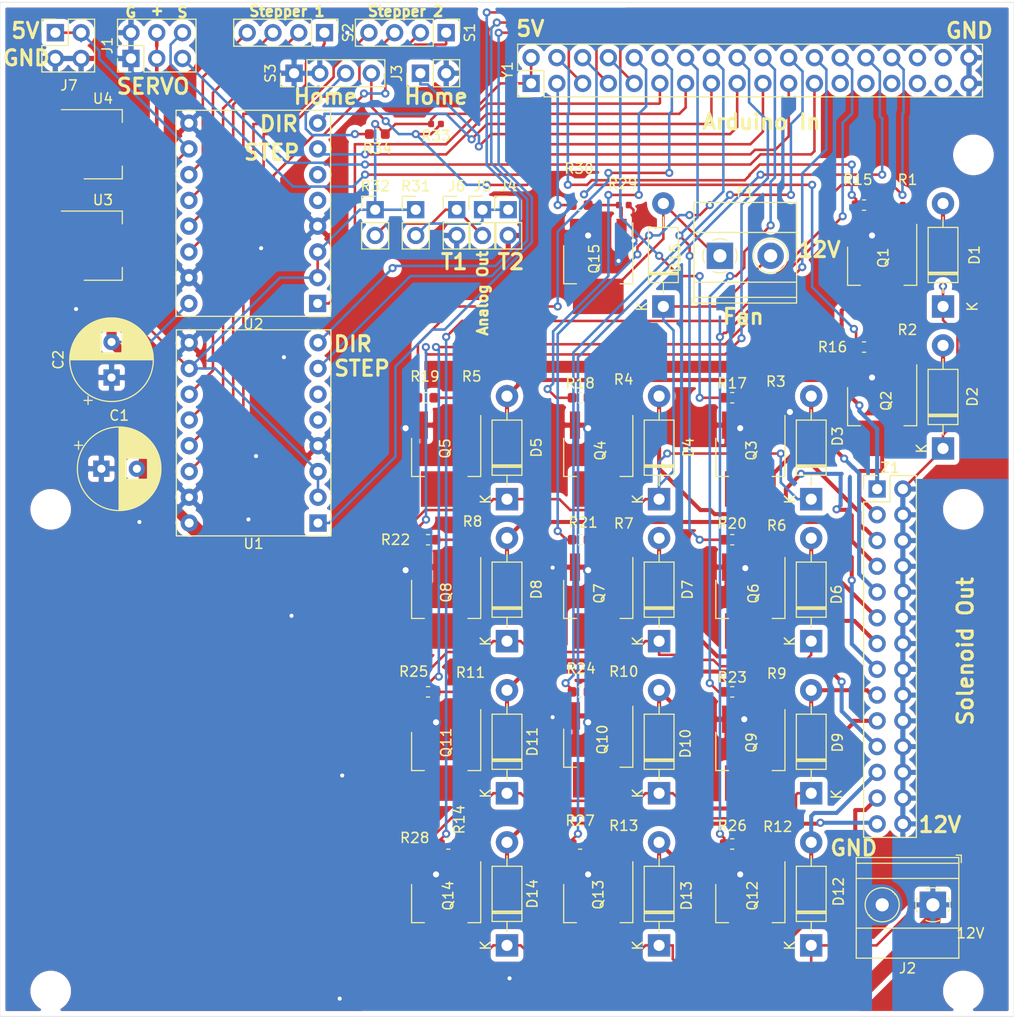
<source format=kicad_pcb>
(kicad_pcb (version 20171130) (host pcbnew "(5.0.1)-3")
  (layers (0 F.Cu signal) (31 B.Cu signal) (34 B.Paste user hide) (35 F.Paste user hide) (36 B.SilkS user) (37 F.SilkS user) (38 B.Mask user hide) (39 F.Mask user hide) (44 Edge.Cuts user hide))
  (net 0 "")
  (net 1 12V)
  (net 2 GND)
  (net 3 5V)
  (net 4 "Net-(D1-Pad2)")
  (net 5 "Net-(D2-Pad2)")
  (net 6 "Net-(D3-Pad2)")
  (net 7 "Net-(D4-Pad2)")
  (net 8 "Net-(D5-Pad2)")
  (net 9 "Net-(D6-Pad2)")
  (net 10 "Net-(D7-Pad2)")
  (net 11 "Net-(D8-Pad2)")
  (net 12 "Net-(D9-Pad2)")
  (net 13 "Net-(D10-Pad2)")
  (net 14 "Net-(D11-Pad2)")
  (net 15 "Net-(D12-Pad2)")
  (net 16 "Net-(D13-Pad2)")
  (net 17 "Net-(D14-Pad2)")
  (net 18 "Net-(Q1-Pad1)")
  (net 19 "Net-(Q2-Pad1)")
  (net 20 "Net-(Q3-Pad1)")
  (net 21 "Net-(Q4-Pad1)")
  (net 22 "Net-(Q5-Pad1)")
  (net 23 "Net-(Q6-Pad1)")
  (net 24 "Net-(Q7-Pad1)")
  (net 25 "Net-(Q8-Pad1)")
  (net 26 "Net-(Q9-Pad1)")
  (net 27 "Net-(Q10-Pad1)")
  (net 28 "Net-(Q11-Pad1)")
  (net 29 "Net-(Q12-Pad1)")
  (net 30 "Net-(Q13-Pad1)")
  (net 31 "Net-(Q14-Pad1)")
  (net 32 "Net-(U1-Pad6)")
  (net 33 "Net-(U1-Pad5)")
  (net 34 "Net-(U2-Pad5)")
  (net 35 "Net-(U2-Pad6)")
  (net 36 "Net-(D15-Pad2)")
  (net 37 "Net-(Q15-Pad1)")
  (net 38 Servo5V)
  (net 39 Servo1)
  (net 40 Servo2)
  (net 41 HomeSwitch)
  (net 42 "Net-(J4-Pad1)")
  (net 43 "Net-(J5-Pad2)")
  (net 44 Fan)
  (net 45 PaperHome)
  (net 46 "Net-(S1-Pad1)")
  (net 47 "Net-(S1-Pad2)")
  (net 48 "Net-(S1-Pad3)")
  (net 49 "Net-(S1-Pad4)")
  (net 50 "Net-(S2-Pad4)")
  (net 51 "Net-(S2-Pad3)")
  (net 52 "Net-(S2-Pad2)")
  (net 53 "Net-(S2-Pad1)")
  (net 54 StD1Dir)
  (net 55 StD1St)
  (net 56 StD1En)
  (net 57 StD2En)
  (net 58 StD2St)
  (net 59 StD2Dir)
  (net 60 "Net-(Y1-Pad25)")
  (net 61 "Net-(Y1-Pad27)")
  (net 62 "Net-(Y1-Pad29)")
  (net 63 "Net-(Y1-Pad31)")
  (net 64 "Net-(Y1-Pad32)")
  (net 65 "Net-(Y1-Pad33)")
  (net 66 "Net-(Y1-Pad34)")
  (net 67 "Net-(R15-Pad1)")
  (net 68 "Net-(R16-Pad1)")
  (net 69 "Net-(R17-Pad1)")
  (net 70 "Net-(R18-Pad1)")
  (net 71 "Net-(R19-Pad1)")
  (net 72 "Net-(R20-Pad1)")
  (net 73 "Net-(R21-Pad1)")
  (net 74 "Net-(R22-Pad1)")
  (net 75 "Net-(R23-Pad1)")
  (net 76 "Net-(R24-Pad1)")
  (net 77 "Net-(R25-Pad1)")
  (net 78 "Net-(R26-Pad1)")
  (net 79 "Net-(R27-Pad1)")
  (net 80 "Net-(R28-Pad1)")
  (net 81 "Net-(R34-Pad2)")
  (module TerminalBlock_Phoenix:TerminalBlock_Phoenix_MKDS-1,5-2_1x02_P5.00mm_Horizontal (layer F.Cu) (at 96 40)
    (fp_text reference F1 (at 2.5 -6.26) (layer F.SilkS))
    (fp_text value "Fan_Screw_Terminal A97996-ND ")
    (pad 1 thru_hole rect (at 0 0) (size 2.6 2.6) (drill 1.3) (layers *.Cu *.Mask) (net 36 "Net-(D15-Pad2)"))
    (pad 2 thru_hole circle (at 5 0) (size 2.6 2.6) (drill 1.3) (layers *.Cu *.Mask) (net 1 12V))
  )
  (module MountingHole:MountingHole_3mm (layer F.Cu) (at 120 65)
    (fp_text reference REF** hide)
    (fp_text value MountingHole_3mm)
    (pad 1 np_thru_hole circle (at 0 0) (size 3 3) (drill 3) (layers *.Cu *.Mask))
  )
  (module MountingHole:MountingHole_3mm (layer F.Cu) (at 30 65)
    (fp_text reference REF** hide)
    (fp_text value MountingHole_3mm)
    (pad 1 np_thru_hole circle (at 0 0) (size 3 3) (drill 3) (layers *.Cu *.Mask))
  )
  (module MountingHole:MountingHole_3mm (layer F.Cu) (at 121 30.05)
    (fp_text reference REF** hide)
    (fp_text value MountingHole_3mm)
    (pad "" np_thru_hole circle (at 0 0) (size 3 3) (drill 3) (layers *.Cu *.Mask))
  )
  (module MountingHole:MountingHole_3mm (layer F.Cu) (at 30 112.5)
    (fp_text reference "" hide)
    (fp_text value MountingHole_3mm)
    (pad 1 np_thru_hole circle (at 0 0) (size 3 3) (drill 3) (layers *.Cu *.Mask))
  )
  (module Connector_PinHeader_2.54mm:PinHeader_1x04_P2.54mm_Vertical (layer F.Cu) (at 57 18 270)
    (fp_text reference S2 (at 0 -2.33 90) (layer F.SilkS))
    (fp_text value StepperMotor2)
    (pad 4 thru_hole oval (at 0 7.62 270) (size 1.7 1.7) (drill 1) (layers *.Cu *.Mask) (net 50 "Net-(S2-Pad4)"))
    (pad 3 thru_hole oval (at 0 5.08 270) (size 1.7 1.7) (drill 1) (layers *.Cu *.Mask) (net 51 "Net-(S2-Pad3)"))
    (pad 2 thru_hole oval (at 0 2.54 270) (size 1.7 1.7) (drill 1) (layers *.Cu *.Mask) (net 52 "Net-(S2-Pad2)"))
    (pad 1 thru_hole rect (at 0 0 270) (size 1.7 1.7) (drill 1) (layers *.Cu *.Mask) (net 53 "Net-(S2-Pad1)"))
  )
  (module Capacitor_THT:CP_Radial_D8.0mm_P3.50mm (layer F.Cu) (at 35 61)
    (fp_text reference C1 (at 1.75 -5.25) (layer F.SilkS))
    (fp_text value C)
    (pad 2 thru_hole circle (at 3.5 0) (size 1.6 1.6) (drill 0.8) (layers *.Cu *.Mask) (net 1 12V))
    (pad 1 thru_hole rect (at 0 0) (size 1.6 1.6) (drill 0.8) (layers *.Cu *.Mask) (net 2 GND))
  )
  (module Capacitor_THT:CP_Radial_D8.0mm_P3.50mm (layer F.Cu) (at 36 52 90)
    (fp_text reference C2 (at 1.75 -5.25 90) (layer F.SilkS))
    (fp_text value C)
    (pad 1 thru_hole rect (at 0 0 90) (size 1.6 1.6) (drill 0.8) (layers *.Cu *.Mask) (net 2 GND))
    (pad 2 thru_hole circle (at 3.5 0 90) (size 1.6 1.6) (drill 0.8) (layers *.Cu *.Mask) (net 1 12V))
  )
  (module Diode_THT:D_DO-41_SOD81_P10.16mm_Horizontal (layer F.Cu) (at 105 108 90)
    (fp_text reference D12 (at 5.3 2.7 90) (layer F.SilkS))
    (fp_text value 1N4003)
    (fp_text user K (at 0 -2.1 90) (layer F.SilkS))
    (pad 2 thru_hole oval (at 10.16 0 90) (size 2.2 2.2) (drill 1.1) (layers *.Cu *.Mask) (net 15 "Net-(D12-Pad2)"))
    (pad 1 thru_hole rect (at 0 0 90) (size 2.2 2.2) (drill 1.1) (layers *.Cu *.Mask) (net 1 12V))
  )
  (module Diode_THT:D_DO-41_SOD81_P10.16mm_Horizontal (layer F.Cu) (at 75 108 90)
    (fp_text reference D14 (at 5.08 2.5 90) (layer F.SilkS))
    (fp_text value 1N4003)
    (fp_text user K (at 0 -2.1 90) (layer F.SilkS))
    (pad 1 thru_hole rect (at 0 0 90) (size 2.2 2.2) (drill 1.1) (layers *.Cu *.Mask) (net 1 12V))
    (pad 2 thru_hole oval (at 10.16 0 90) (size 2.2 2.2) (drill 1.1) (layers *.Cu *.Mask) (net 17 "Net-(D14-Pad2)"))
  )
  (module Diode_THT:D_DO-41_SOD81_P10.16mm_Horizontal (layer F.Cu) (at 90 93 90)
    (fp_text reference D10 (at 4.9 2.6 90) (layer F.SilkS))
    (fp_text value 1N4003)
    (fp_text user K (at 0 -2.1 90) (layer F.SilkS))
    (pad 2 thru_hole oval (at 10.16 0 90) (size 2.2 2.2) (drill 1.1) (layers *.Cu *.Mask) (net 13 "Net-(D10-Pad2)"))
    (pad 1 thru_hole rect (at 0 0 90) (size 2.2 2.2) (drill 1.1) (layers *.Cu *.Mask) (net 1 12V))
  )
  (module Diode_THT:D_DO-41_SOD81_P10.16mm_Horizontal (layer F.Cu) (at 90 64 90)
    (fp_text reference D4 (at 5.1 2.9 90) (layer F.SilkS))
    (fp_text value 1N4003)
    (fp_text user K (at 0 -2.1 90) (layer F.SilkS))
    (pad 1 thru_hole rect (at 0 0 90) (size 2.2 2.2) (drill 1.1) (layers *.Cu *.Mask) (net 1 12V))
    (pad 2 thru_hole oval (at 10.16 0 90) (size 2.2 2.2) (drill 1.1) (layers *.Cu *.Mask) (net 7 "Net-(D4-Pad2)"))
  )
  (module Diode_THT:D_DO-41_SOD81_P10.16mm_Horizontal (layer F.Cu) (at 105 78 90)
    (fp_text reference D6 (at 4.6 2.5 90) (layer F.SilkS))
    (fp_text value 1N4003)
    (fp_text user K (at 0 -2.1 90) (layer F.SilkS))
    (pad 2 thru_hole oval (at 10.16 0 90) (size 2.2 2.2) (drill 1.1) (layers *.Cu *.Mask) (net 9 "Net-(D6-Pad2)"))
    (pad 1 thru_hole rect (at 0 0 90) (size 2.2 2.2) (drill 1.1) (layers *.Cu *.Mask) (net 1 12V))
  )
  (module Diode_THT:D_DO-41_SOD81_P10.16mm_Horizontal (layer F.Cu) (at 75 78 90)
    (fp_text reference D8 (at 5.1 2.9 90) (layer F.SilkS))
    (fp_text value 1N4003)
    (fp_text user K (at 0 -2.1 90) (layer F.SilkS))
    (pad 2 thru_hole oval (at 10.16 0 90) (size 2.2 2.2) (drill 1.1) (layers *.Cu *.Mask) (net 11 "Net-(D8-Pad2)"))
    (pad 1 thru_hole rect (at 0 0 90) (size 2.2 2.2) (drill 1.1) (layers *.Cu *.Mask) (net 1 12V))
  )
  (module Diode_THT:D_DO-41_SOD81_P10.16mm_Horizontal (layer F.Cu) (at 118 59 90)
    (fp_text reference D2 (at 5.1 2.9 90) (layer F.SilkS))
    (fp_text value 1N4003)
    (fp_text user K (at 0 -2.1 90) (layer F.SilkS))
    (pad 2 thru_hole oval (at 10.16 0 90) (size 2.2 2.2) (drill 1.1) (layers *.Cu *.Mask) (net 5 "Net-(D2-Pad2)"))
    (pad 1 thru_hole rect (at 0 0 90) (size 2.2 2.2) (drill 1.1) (layers *.Cu *.Mask) (net 1 12V))
  )
  (module Diode_THT:D_DO-41_SOD81_P10.16mm_Horizontal (layer F.Cu) (at 75 93 90)
    (fp_text reference D11 (at 5.08 2.5 90) (layer F.SilkS))
    (fp_text value 1N4003)
    (fp_text user K (at 0 -2.1 90) (layer F.SilkS))
    (pad 1 thru_hole rect (at 0 0 90) (size 2.2 2.2) (drill 1.1) (layers *.Cu *.Mask) (net 1 12V))
    (pad 2 thru_hole oval (at 10.16 0 90) (size 2.2 2.2) (drill 1.1) (layers *.Cu *.Mask) (net 14 "Net-(D11-Pad2)"))
  )
  (module Diode_THT:D_DO-41_SOD81_P10.16mm_Horizontal (layer F.Cu) (at 90 108 90)
    (fp_text reference D13 (at 4.9 2.7 90) (layer F.SilkS))
    (fp_text value 1N4003)
    (fp_text user K (at 0 -2.1 90) (layer F.SilkS))
    (pad 2 thru_hole oval (at 10.16 0 90) (size 2.2 2.2) (drill 1.1) (layers *.Cu *.Mask) (net 16 "Net-(D13-Pad2)"))
    (pad 1 thru_hole rect (at 0 0 90) (size 2.2 2.2) (drill 1.1) (layers *.Cu *.Mask) (net 1 12V))
  )
  (module Diode_THT:D_DO-41_SOD81_P10.16mm_Horizontal (layer F.Cu) (at 105 93 90)
    (fp_text reference D9 (at 5 2.6 90) (layer F.SilkS))
    (fp_text value 1N4003)
    (fp_text user K (at -0.1 2.5 90) (layer F.SilkS))
    (pad 1 thru_hole rect (at 0 0 90) (size 2.2 2.2) (drill 1.1) (layers *.Cu *.Mask) (net 1 12V))
    (pad 2 thru_hole oval (at 10.16 0 90) (size 2.2 2.2) (drill 1.1) (layers *.Cu *.Mask) (net 12 "Net-(D9-Pad2)"))
  )
  (module Diode_THT:D_DO-41_SOD81_P10.16mm_Horizontal (layer F.Cu) (at 105 64 90)
    (fp_text reference D3 (at 6.2 2.6 90) (layer F.SilkS))
    (fp_text value 1N4003)
    (fp_text user K (at 0 -2.1 90) (layer F.SilkS))
    (pad 1 thru_hole rect (at 0 0 90) (size 2.2 2.2) (drill 1.1) (layers *.Cu *.Mask) (net 1 12V))
    (pad 2 thru_hole oval (at 10.16 0 90) (size 2.2 2.2) (drill 1.1) (layers *.Cu *.Mask) (net 6 "Net-(D3-Pad2)"))
  )
  (module Diode_THT:D_DO-41_SOD81_P10.16mm_Horizontal (layer F.Cu) (at 75 64 90)
    (fp_text reference D5 (at 5.08 2.9 90) (layer F.SilkS))
    (fp_text value 1N4003)
    (fp_text user K (at 0 -2.1 90) (layer F.SilkS))
    (pad 1 thru_hole rect (at 0 0 90) (size 2.2 2.2) (drill 1.1) (layers *.Cu *.Mask) (net 1 12V))
    (pad 2 thru_hole oval (at 10.16 0 90) (size 2.2 2.2) (drill 1.1) (layers *.Cu *.Mask) (net 8 "Net-(D5-Pad2)"))
  )
  (module Diode_THT:D_DO-41_SOD81_P10.16mm_Horizontal (layer F.Cu) (at 90 78 90)
    (fp_text reference D7 (at 5.08 2.8 90) (layer F.SilkS))
    (fp_text value 1N4003)
    (fp_text user K (at 0 -2.1 90) (layer F.SilkS))
    (pad 1 thru_hole rect (at 0 0 90) (size 2.2 2.2) (drill 1.1) (layers *.Cu *.Mask) (net 1 12V))
    (pad 2 thru_hole oval (at 10.16 0 90) (size 2.2 2.2) (drill 1.1) (layers *.Cu *.Mask) (net 10 "Net-(D7-Pad2)"))
  )
  (module Diode_THT:D_DO-41_SOD81_P10.16mm_Horizontal (layer F.Cu) (at 118 45 90)
    (fp_text reference D1 (at 5.08 3.1 90) (layer F.SilkS))
    (fp_text value 1N4003)
    (fp_text user K (at 0 2.9 90) (layer F.SilkS))
    (pad 1 thru_hole rect (at 0 0 90) (size 2.2 2.2) (drill 1.1) (layers *.Cu *.Mask) (net 1 12V))
    (pad 2 thru_hole oval (at 10.16 0 90) (size 2.2 2.2) (drill 1.1) (layers *.Cu *.Mask) (net 4 "Net-(D1-Pad2)"))
  )
  (module Diode_THT:D_DO-41_SOD81_P10.16mm_Horizontal (layer F.Cu) (at 90.42 45 90)
    (fp_text reference D15 (at 4.8 1.18 90) (layer F.SilkS))
    (fp_text value 1N4003)
    (fp_text user K (at 0 -2.1 90) (layer F.SilkS))
    (pad 2 thru_hole oval (at 10.16 0 90) (size 2.2 2.2) (drill 1.1) (layers *.Cu *.Mask) (net 36 "Net-(D15-Pad2)"))
    (pad 1 thru_hole rect (at 0 0 90) (size 2.2 2.2) (drill 1.1) (layers *.Cu *.Mask) (net 1 12V))
  )
  (module Connector_PinHeader_2.54mm:PinHeader_2x03_P2.54mm_Vertical (layer F.Cu) (at 37.92 20.54 90)
    (fp_text reference J1 (at 1.27 -2.33 90) (layer F.SilkS))
    (fp_text value RollerServos)
    (pad 1 thru_hole rect (at 0 0 90) (size 1.7 1.7) (drill 1) (layers *.Cu *.Mask) (net 2 GND))
    (pad 2 thru_hole oval (at 2.54 0 90) (size 1.7 1.7) (drill 1) (layers *.Cu *.Mask) (net 2 GND))
    (pad 3 thru_hole oval (at 0 2.54 90) (size 1.7 1.7) (drill 1) (layers *.Cu *.Mask) (net 38 Servo5V))
    (pad 4 thru_hole oval (at 2.54 2.54 90) (size 1.7 1.7) (drill 1) (layers *.Cu *.Mask) (net 38 Servo5V))
    (pad 5 thru_hole oval (at 0 5.08 90) (size 1.7 1.7) (drill 1) (layers *.Cu *.Mask) (net 39 Servo1))
    (pad 6 thru_hole oval (at 2.54 5.08 90) (size 1.7 1.7) (drill 1) (layers *.Cu *.Mask) (net 40 Servo2))
  )
  (module TerminalBlock_Phoenix:TerminalBlock_Phoenix_MKDS-1,5-2_1x02_P5.00mm_Horizontal (layer F.Cu) (at 117 104 180)
    (fp_text reference J2 (at 2.5 -6.26) (layer F.SilkS))
    (fp_text value "12V_Power A97996-ND ")
    (pad 2 thru_hole circle (at 5 0 180) (size 2.6 2.6) (drill 1.3) (layers *.Cu *.Mask) (net 2 GND))
    (pad 1 thru_hole rect (at 0 0 180) (size 2.6 2.6) (drill 1.3) (layers *.Cu *.Mask) (net 1 12V))
  )
  (module Connector_PinHeader_2.54mm:PinHeader_1x02_P2.54mm_Vertical (layer F.Cu) (at 66.46 22 90)
    (fp_text reference J3 (at 0 -2.33 90) (layer F.SilkS))
    (fp_text value HomeSwitch)
    (pad 1 thru_hole rect (at 0 0 90) (size 1.7 1.7) (drill 1) (layers *.Cu *.Mask) (net 41 HomeSwitch))
    (pad 2 thru_hole oval (at 0 2.54 90) (size 1.7 1.7) (drill 1) (layers *.Cu *.Mask) (net 2 GND))
  )
  (module Connector_PinHeader_2.54mm:PinHeader_1x02_P2.54mm_Vertical (layer F.Cu) (at 75.12 35.46)
    (fp_text reference J4 (at 0 -2.33) (layer F.SilkS))
    (fp_text value Therm1)
    (pad 1 thru_hole rect (at 0 0) (size 1.7 1.7) (drill 1) (layers *.Cu *.Mask) (net 42 "Net-(J4-Pad1)"))
    (pad 2 thru_hole oval (at 0 2.54) (size 1.7 1.7) (drill 1) (layers *.Cu *.Mask) (net 2 GND))
  )
  (module Connector_PinHeader_2.54mm:PinHeader_1x02_P2.54mm_Vertical (layer F.Cu) (at 72.58 35.46)
    (fp_text reference J5 (at 0 -2.33) (layer F.SilkS))
    (fp_text value ArdAnalogTherm)
    (pad 2 thru_hole oval (at 0 2.54) (size 1.7 1.7) (drill 1) (layers *.Cu *.Mask) (net 43 "Net-(J5-Pad2)"))
    (pad 1 thru_hole rect (at 0 0) (size 1.7 1.7) (drill 1) (layers *.Cu *.Mask) (net 42 "Net-(J4-Pad1)"))
  )
  (module Connector_PinHeader_2.54mm:PinHeader_1x02_P2.54mm_Vertical (layer F.Cu) (at 70.04 35.46)
    (fp_text reference J6 (at 0 -2.33) (layer F.SilkS))
    (fp_text value Therm2)
    (pad 2 thru_hole oval (at 0 2.54) (size 1.7 1.7) (drill 1) (layers *.Cu *.Mask) (net 2 GND))
    (pad 1 thru_hole rect (at 0 0) (size 1.7 1.7) (drill 1) (layers *.Cu *.Mask) (net 43 "Net-(J5-Pad2)"))
  )
  (module Connector_PinHeader_2.54mm:PinHeader_2x02_P2.54mm_Vertical (layer F.Cu) (at 30.46 18)
    (fp_text reference J7 (at 1.34 5.2) (layer F.SilkS))
    (fp_text value Conn_02x02_Odd_Even)
    (pad 1 thru_hole rect (at 0 0) (size 1.7 1.7) (drill 1) (layers *.Cu *.Mask) (net 3 5V))
    (pad 2 thru_hole oval (at 2.54 0) (size 1.7 1.7) (drill 1) (layers *.Cu *.Mask) (net 3 5V))
    (pad 3 thru_hole oval (at 0 2.54) (size 1.7 1.7) (drill 1) (layers *.Cu *.Mask) (net 2 GND))
    (pad 4 thru_hole oval (at 2.54 2.54) (size 1.7 1.7) (drill 1) (layers *.Cu *.Mask) (net 2 GND))
  )
  (module custom_symbols:SOT-223-edited (layer F.Cu) (at 99 103.85 270)
    (fp_text reference Q12 (at -0.75 -0.2 90) (layer F.SilkS))
    (fp_text value DMN6140L)
    (pad 2 smd rect (at 3.15 0 270) (size 3.5 5) (layers F.Cu F.Paste F.Mask) (net 15 "Net-(D12-Pad2)"))
    (pad 3 smd rect (at -3.15 2.3 270) (size 2.7 1) (layers F.Cu F.Paste F.Mask) (net 2 GND))
    (pad 1 smd rect (at -3.15 -2.3 270) (size 2.7 1) (layers F.Cu F.Paste F.Mask) (net 29 "Net-(Q12-Pad1)"))
  )
  (module custom_symbols:SOT-223-edited (layer F.Cu) (at 69 103.85 270)
    (fp_text reference Q14 (at -0.75 -0.2 90) (layer F.SilkS))
    (fp_text value DMN6140L)
    (pad 2 smd rect (at 3.15 0 270) (size 3.5 5) (layers F.Cu F.Paste F.Mask) (net 17 "Net-(D14-Pad2)"))
    (pad 3 smd rect (at -3.15 2.3 270) (size 2.7 1) (layers F.Cu F.Paste F.Mask) (net 2 GND))
    (pad 1 smd rect (at -3.15 -2.3 270) (size 2.7 1) (layers F.Cu F.Paste F.Mask) (net 31 "Net-(Q14-Pad1)"))
  )
  (module custom_symbols:SOT-223-edited (layer F.Cu) (at 84 88.522 270)
    (fp_text reference Q10 (at -0.822 -0.4 90) (layer F.SilkS))
    (fp_text value DMN6140L)
    (pad 2 smd rect (at 3.15 0 270) (size 3.5 5) (layers F.Cu F.Paste F.Mask) (net 13 "Net-(D10-Pad2)"))
    (pad 3 smd rect (at -3.15 2.3 270) (size 2.7 1) (layers F.Cu F.Paste F.Mask) (net 2 GND))
    (pad 1 smd rect (at -3.15 -2.3 270) (size 2.7 1) (layers F.Cu F.Paste F.Mask) (net 27 "Net-(Q10-Pad1)"))
  )
  (module custom_symbols:SOT-223-edited (layer F.Cu) (at 84 59.85 270)
    (fp_text reference Q4 (at -0.65 -0.2 90) (layer F.SilkS))
    (fp_text value DMN6140L)
    (pad 2 smd rect (at 3.15 0 270) (size 3.5 5) (layers F.Cu F.Paste F.Mask) (net 7 "Net-(D4-Pad2)"))
    (pad 3 smd rect (at -3.15 2.3 270) (size 2.7 1) (layers F.Cu F.Paste F.Mask) (net 2 GND))
    (pad 1 smd rect (at -3.15 -2.3 270) (size 2.7 1) (layers F.Cu F.Paste F.Mask) (net 21 "Net-(Q4-Pad1)"))
  )
  (module custom_symbols:SOT-223-edited (layer F.Cu) (at 99 73.85 270)
    (fp_text reference Q6 (at -0.55 -0.3 90) (layer F.SilkS))
    (fp_text value DMN6140L)
    (pad 2 smd rect (at 3.15 0 270) (size 3.5 5) (layers F.Cu F.Paste F.Mask) (net 9 "Net-(D6-Pad2)"))
    (pad 3 smd rect (at -3.15 2.3 270) (size 2.7 1) (layers F.Cu F.Paste F.Mask) (net 2 GND))
    (pad 1 smd rect (at -3.15 -2.3 270) (size 2.7 1) (layers F.Cu F.Paste F.Mask) (net 23 "Net-(Q6-Pad1)"))
  )
  (module custom_symbols:SOT-223-edited (layer F.Cu) (at 69 73.85 270)
    (fp_text reference Q8 (at -0.65 0 90) (layer F.SilkS))
    (fp_text value DMN6140L)
    (pad 1 smd rect (at -3.15 -2.3 270) (size 2.7 1) (layers F.Cu F.Paste F.Mask) (net 25 "Net-(Q8-Pad1)"))
    (pad 3 smd rect (at -3.15 2.3 270) (size 2.7 1) (layers F.Cu F.Paste F.Mask) (net 2 GND))
    (pad 2 smd rect (at 3.15 0 270) (size 3.5 5) (layers F.Cu F.Paste F.Mask) (net 11 "Net-(D8-Pad2)"))
  )
  (module custom_symbols:SOT-223-edited (layer F.Cu) (at 112 54.85 270)
    (fp_text reference Q2 (at -0.55 -0.4 90) (layer F.SilkS))
    (fp_text value DMN6140L)
    (pad 2 smd rect (at 3.15 0 270) (size 3.5 5) (layers F.Cu F.Paste F.Mask) (net 5 "Net-(D2-Pad2)"))
    (pad 3 smd rect (at -3.15 2.3 270) (size 2.7 1) (layers F.Cu F.Paste F.Mask) (net 2 GND))
    (pad 1 smd rect (at -3.15 -2.3 270) (size 2.7 1) (layers F.Cu F.Paste F.Mask) (net 19 "Net-(Q2-Pad1)"))
  )
  (module custom_symbols:SOT-223-edited (layer F.Cu) (at 69 88.85 270)
    (fp_text reference Q11 (at -0.85 0 90) (layer F.SilkS))
    (fp_text value DMN6140L)
    (pad 1 smd rect (at -3.15 -2.3 270) (size 2.7 1) (layers F.Cu F.Paste F.Mask) (net 28 "Net-(Q11-Pad1)"))
    (pad 3 smd rect (at -3.15 2.3 270) (size 2.7 1) (layers F.Cu F.Paste F.Mask) (net 2 GND))
    (pad 2 smd rect (at 3.15 0 270) (size 3.5 5) (layers F.Cu F.Paste F.Mask) (net 14 "Net-(D11-Pad2)"))
  )
  (module custom_symbols:SOT-223-edited (layer F.Cu) (at 84 103.85 270)
    (fp_text reference Q13 (at -0.85 0 90) (layer F.SilkS))
    (fp_text value DMN6140L)
    (pad 1 smd rect (at -3.15 -2.3 270) (size 2.7 1) (layers F.Cu F.Paste F.Mask) (net 30 "Net-(Q13-Pad1)"))
    (pad 3 smd rect (at -3.15 2.3 270) (size 2.7 1) (layers F.Cu F.Paste F.Mask) (net 2 GND))
    (pad 2 smd rect (at 3.15 0 270) (size 3.5 5) (layers F.Cu F.Paste F.Mask) (net 16 "Net-(D13-Pad2)"))
  )
  (module custom_symbols:SOT-223-edited (layer F.Cu) (at 99 88.85 270)
    (fp_text reference Q9 (at -0.85 -0.1 90) (layer F.SilkS))
    (fp_text value DMN6140L)
    (pad 2 smd rect (at 3.15 0 270) (size 3.5 5) (layers F.Cu F.Paste F.Mask) (net 12 "Net-(D9-Pad2)"))
    (pad 3 smd rect (at -3.15 2.3 270) (size 2.7 1) (layers F.Cu F.Paste F.Mask) (net 2 GND))
    (pad 1 smd rect (at -3.15 -2.3 270) (size 2.7 1) (layers F.Cu F.Paste F.Mask) (net 26 "Net-(Q9-Pad1)"))
  )
  (module custom_symbols:SOT-223-edited (layer F.Cu) (at 99 59.85 270)
    (fp_text reference Q3 (at -0.65 -0.1 90) (layer F.SilkS))
    (fp_text value DMN6140L)
    (pad 2 smd rect (at 3.15 0 270) (size 3.5 5) (layers F.Cu F.Paste F.Mask) (net 6 "Net-(D3-Pad2)"))
    (pad 3 smd rect (at -3.15 2.3 270) (size 2.7 1) (layers F.Cu F.Paste F.Mask) (net 2 GND))
    (pad 1 smd rect (at -3.15 -2.3 270) (size 2.7 1) (layers F.Cu F.Paste F.Mask) (net 20 "Net-(Q3-Pad1)"))
  )
  (module custom_symbols:SOT-223-edited (layer F.Cu) (at 69 59.85 270)
    (fp_text reference Q5 (at -0.85 0.1 90) (layer F.SilkS))
    (fp_text value DMN6140L)
    (pad 1 smd rect (at -3.15 -2.3 270) (size 2.7 1) (layers F.Cu F.Paste F.Mask) (net 22 "Net-(Q5-Pad1)"))
    (pad 3 smd rect (at -3.15 2.3 270) (size 2.7 1) (layers F.Cu F.Paste F.Mask) (net 2 GND))
    (pad 2 smd rect (at 3.15 0 270) (size 3.5 5) (layers F.Cu F.Paste F.Mask) (net 8 "Net-(D5-Pad2)"))
  )
  (module custom_symbols:SOT-223-edited (layer F.Cu) (at 84 73.85 270)
    (fp_text reference Q7 (at -0.55 -0.1 90) (layer F.SilkS))
    (fp_text value DMN6140L)
    (pad 1 smd rect (at -3.15 -2.3 270) (size 2.7 1) (layers F.Cu F.Paste F.Mask) (net 24 "Net-(Q7-Pad1)"))
    (pad 3 smd rect (at -3.15 2.3 270) (size 2.7 1) (layers F.Cu F.Paste F.Mask) (net 2 GND))
    (pad 2 smd rect (at 3.15 0 270) (size 3.5 5) (layers F.Cu F.Paste F.Mask) (net 10 "Net-(D7-Pad2)"))
  )
  (module custom_symbols:SOT-223-edited (layer F.Cu) (at 112 41 270)
    (fp_text reference Q1 (at -0.8 -0.1 90) (layer F.SilkS))
    (fp_text value DMN6140L)
    (pad 1 smd rect (at -3.15 -2.3 270) (size 2.7 1) (layers F.Cu F.Paste F.Mask) (net 18 "Net-(Q1-Pad1)"))
    (pad 3 smd rect (at -3.15 2.3 270) (size 2.7 1) (layers F.Cu F.Paste F.Mask) (net 2 GND))
    (pad 2 smd rect (at 3.15 0 270) (size 3.5 5) (layers F.Cu F.Paste F.Mask) (net 4 "Net-(D1-Pad2)"))
  )
  (module custom_symbols:SOT-223-edited (layer F.Cu) (at 84 40.85 270)
    (fp_text reference Q15 (at -0.55 0.4 90) (layer F.SilkS))
    (fp_text value DMN6140L)
    (pad 1 smd rect (at -3.15 -2.3 270) (size 2.7 1) (layers F.Cu F.Paste F.Mask) (net 37 "Net-(Q15-Pad1)"))
    (pad 3 smd rect (at -3.15 2.3 270) (size 2.7 1) (layers F.Cu F.Paste F.Mask) (net 2 GND))
    (pad 2 smd rect (at 3.15 0 270) (size 3.5 5) (layers F.Cu F.Paste F.Mask) (net 36 "Net-(D15-Pad2)"))
  )
  (module Resistor_SMD:R_0603_1608Metric (layer F.Cu) (at 97.2125 98)
    (fp_text reference R26 (at 0 -1.8) (layer F.SilkS))
    (fp_text value 200_Ohm_R)
    (pad 1 smd roundrect (at -0.7875 0) (size 0.875 0.95) (layers F.Cu F.Paste F.Mask) (net 78 "Net-(R26-Pad1)"))
    (pad 2 smd roundrect (at 0.7875 0) (size 0.875 0.95) (layers F.Cu F.Paste F.Mask) (net 29 "Net-(Q12-Pad1)"))
  )
  (module Resistor_SMD:R_0603_1608Metric (layer F.Cu) (at 69.2125 98)
    (fp_text reference R28 (at -3.3125 -0.6) (layer F.SilkS))
    (fp_text value 200_Ohm_R)
    (pad 2 smd roundrect (at 0.7875 0) (size 0.875 0.95) (layers F.Cu F.Paste F.Mask) (net 31 "Net-(Q14-Pad1)"))
    (pad 1 smd roundrect (at -0.7875 0) (size 0.875 0.95) (layers F.Cu F.Paste F.Mask) (net 80 "Net-(R28-Pad1)"))
  )
  (module Resistor_SMD:R_0603_1608Metric (layer F.Cu) (at 82.2125 83)
    (fp_text reference R24 (at 0.0875 -2.3) (layer F.SilkS))
    (fp_text value 200_Ohm_R)
    (pad 2 smd roundrect (at 0.7875 0) (size 0.875 0.95) (layers F.Cu F.Paste F.Mask) (net 27 "Net-(Q10-Pad1)"))
    (pad 1 smd roundrect (at -0.7875 0) (size 0.875 0.95) (layers F.Cu F.Paste F.Mask) (net 76 "Net-(R24-Pad1)"))
  )
  (module Resistor_SMD:R_0603_1608Metric (layer F.Cu) (at 82.2125 54)
    (fp_text reference R18 (at 0 -1.43) (layer F.SilkS))
    (fp_text value 200_Ohm_R)
    (pad 1 smd roundrect (at -0.7875 0) (size 0.875 0.95) (layers F.Cu F.Paste F.Mask) (net 70 "Net-(R18-Pad1)"))
    (pad 2 smd roundrect (at 0.7875 0) (size 0.875 0.95) (layers F.Cu F.Paste F.Mask) (net 21 "Net-(Q4-Pad1)"))
  )
  (module Resistor_SMD:R_0603_1608Metric (layer F.Cu) (at 97.2125 68)
    (fp_text reference R20 (at -0.0125 -1.6) (layer F.SilkS))
    (fp_text value 200_Ohm_R)
    (pad 2 smd roundrect (at 0.7875 0) (size 0.875 0.95) (layers F.Cu F.Paste F.Mask) (net 23 "Net-(Q6-Pad1)"))
    (pad 1 smd roundrect (at -0.7875 0) (size 0.875 0.95) (layers F.Cu F.Paste F.Mask) (net 72 "Net-(R20-Pad1)"))
  )
  (module Resistor_SMD:R_0603_1608Metric (layer F.Cu) (at 67.2125 68)
    (fp_text reference R22 (at -3.2125 0) (layer F.SilkS))
    (fp_text value 200_Ohm_R)
    (pad 2 smd roundrect (at 0.7875 0) (size 0.875 0.95) (layers F.Cu F.Paste F.Mask) (net 25 "Net-(Q8-Pad1)"))
    (pad 1 smd roundrect (at -0.7875 0) (size 0.875 0.95) (layers F.Cu F.Paste F.Mask) (net 74 "Net-(R22-Pad1)"))
  )
  (module Resistor_SMD:R_0603_1608Metric (layer F.Cu) (at 110.2125 49)
    (fp_text reference R16 (at -3.1125 0) (layer F.SilkS))
    (fp_text value 200_Ohm_R)
    (pad 1 smd roundrect (at -0.7875 0) (size 0.875 0.95) (layers F.Cu F.Paste F.Mask) (net 68 "Net-(R16-Pad1)"))
    (pad 2 smd roundrect (at 0.7875 0) (size 0.875 0.95) (layers F.Cu F.Paste F.Mask) (net 19 "Net-(Q2-Pad1)"))
  )
  (module Resistor_SMD:R_0603_1608Metric (layer F.Cu) (at 67.2125 83)
    (fp_text reference R25 (at -1.4125 -2) (layer F.SilkS))
    (fp_text value 200_Ohm_R)
    (pad 2 smd roundrect (at 0.7875 0) (size 0.875 0.95) (layers F.Cu F.Paste F.Mask) (net 28 "Net-(Q11-Pad1)"))
    (pad 1 smd roundrect (at -0.7875 0) (size 0.875 0.95) (layers F.Cu F.Paste F.Mask) (net 77 "Net-(R25-Pad1)"))
  )
  (module Resistor_SMD:R_0603_1608Metric (layer F.Cu) (at 82.2125 98)
    (fp_text reference R27 (at 0 -2.3) (layer F.SilkS))
    (fp_text value 200_Ohm_R)
    (pad 2 smd roundrect (at 0.7875 0) (size 0.875 0.95) (layers F.Cu F.Paste F.Mask) (net 30 "Net-(Q13-Pad1)"))
    (pad 1 smd roundrect (at -0.7875 0) (size 0.875 0.95) (layers F.Cu F.Paste F.Mask) (net 79 "Net-(R27-Pad1)"))
  )
  (module Resistor_SMD:R_0603_1608Metric (layer F.Cu) (at 97.2125 83)
    (fp_text reference R23 (at 0 -1.43) (layer F.SilkS))
    (fp_text value 200_Ohm_R)
    (pad 1 smd roundrect (at -0.7875 0) (size 0.875 0.95) (layers F.Cu F.Paste F.Mask) (net 75 "Net-(R23-Pad1)"))
    (pad 2 smd roundrect (at 0.7875 0) (size 0.875 0.95) (layers F.Cu F.Paste F.Mask) (net 26 "Net-(Q9-Pad1)"))
  )
  (module Resistor_SMD:R_0603_1608Metric (layer F.Cu) (at 97.2125 54)
    (fp_text reference R17 (at 0 -1.43) (layer F.SilkS))
    (fp_text value 200_Ohm_R)
    (pad 1 smd roundrect (at -0.7875 0) (size 0.875 0.95) (layers F.Cu F.Paste F.Mask) (net 69 "Net-(R17-Pad1)"))
    (pad 2 smd roundrect (at 0.7875 0) (size 0.875 0.95) (layers F.Cu F.Paste F.Mask) (net 20 "Net-(Q3-Pad1)"))
  )
  (module Resistor_SMD:R_0603_1608Metric (layer F.Cu) (at 67 54)
    (fp_text reference R19 (at -0.1 -2.1) (layer F.SilkS))
    (fp_text value 200_Ohm_R)
    (pad 1 smd roundrect (at -0.7875 0) (size 0.875 0.95) (layers F.Cu F.Paste F.Mask) (net 71 "Net-(R19-Pad1)"))
    (pad 2 smd roundrect (at 0.7875 0) (size 0.875 0.95) (layers F.Cu F.Paste F.Mask) (net 22 "Net-(Q5-Pad1)"))
  )
  (module Resistor_SMD:R_0603_1608Metric (layer F.Cu) (at 82.2125 68)
    (fp_text reference R21 (at 0.2875 -1.7) (layer F.SilkS))
    (fp_text value 200_Ohm_R)
    (pad 1 smd roundrect (at -0.7875 0) (size 0.875 0.95) (layers F.Cu F.Paste F.Mask) (net 73 "Net-(R21-Pad1)"))
    (pad 2 smd roundrect (at 0.7875 0) (size 0.875 0.95) (layers F.Cu F.Paste F.Mask) (net 24 "Net-(Q7-Pad1)"))
  )
  (module Resistor_SMD:R_0603_1608Metric (layer F.Cu) (at 110.2125 35)
    (fp_text reference R15 (at -0.6125 -2.5) (layer F.SilkS))
    (fp_text value 200_Ohm_R)
    (pad 1 smd roundrect (at -0.7875 0) (size 0.875 0.95) (layers F.Cu F.Paste F.Mask) (net 67 "Net-(R15-Pad1)"))
    (pad 2 smd roundrect (at 0.7875 0) (size 0.875 0.95) (layers F.Cu F.Paste F.Mask) (net 18 "Net-(Q1-Pad1)"))
  )
  (module Resistor_SMD:R_0603_1608Metric (layer F.Cu) (at 82.2125 35)
    (fp_text reference R30 (at -0.1125 -3.6) (layer F.SilkS))
    (fp_text value 200_Ohm_R)
    (pad 2 smd roundrect (at 0.7875 0) (size 0.875 0.95) (layers F.Cu F.Paste F.Mask) (net 37 "Net-(Q15-Pad1)"))
    (pad 1 smd roundrect (at -0.7875 0) (size 0.875 0.95) (layers F.Cu F.Paste F.Mask) (net 44 Fan))
  )
  (module Connector_PinHeader_2.54mm:PinHeader_1x02_P2.54mm_Vertical (layer F.Cu) (at 66 35.46)
    (fp_text reference R31 (at 0 -2.33) (layer F.SilkS))
    (fp_text value ThermistorR)
    (pad 1 thru_hole rect (at 0 0) (size 1.7 1.7) (drill 1) (layers *.Cu *.Mask) (net 3 5V))
    (pad 2 thru_hole oval (at 0 2.54) (size 1.7 1.7) (drill 1) (layers *.Cu *.Mask) (net 42 "Net-(J4-Pad1)"))
  )
  (module Connector_PinHeader_2.54mm:PinHeader_1x02_P2.54mm_Vertical (layer F.Cu) (at 62 35.46)
    (fp_text reference R32 (at 0 -2.33) (layer F.SilkS))
    (fp_text value ThermistorR)
    (pad 2 thru_hole oval (at 0 2.54) (size 1.7 1.7) (drill 1) (layers *.Cu *.Mask) (net 43 "Net-(J5-Pad2)"))
    (pad 1 thru_hole rect (at 0 0) (size 1.7 1.7) (drill 1) (layers *.Cu *.Mask) (net 3 5V))
  )
  (module Resistor_SMD:R_0402_1005Metric (layer F.Cu) (at 114.485 49 180)
    (fp_text reference R2 (at 0 1.7) (layer F.SilkS))
    (fp_text value 10K_Ohm_R)
    (pad 2 smd roundrect (at 0.485 0 180) (size 0.59 0.64) (layers F.Cu F.Paste F.Mask) (net 19 "Net-(Q2-Pad1)"))
    (pad 1 smd roundrect (at -0.485 0 180) (size 0.59 0.64) (layers F.Cu F.Paste F.Mask) (net 2 GND))
  )
  (module Resistor_SMD:R_0402_1005Metric (layer F.Cu) (at 101.515 98 180)
    (fp_text reference R12 (at -0.185 1.7) (layer F.SilkS))
    (fp_text value 10K_Ohm_R)
    (pad 2 smd roundrect (at 0.485 0 180) (size 0.59 0.64) (layers F.Cu F.Paste F.Mask) (net 29 "Net-(Q12-Pad1)"))
    (pad 1 smd roundrect (at -0.485 0 180) (size 0.59 0.64) (layers F.Cu F.Paste F.Mask) (net 2 GND))
  )
  (module Resistor_SMD:R_0402_1005Metric (layer F.Cu) (at 72 96.485 270)
    (fp_text reference R14 (at -0.885 1.7 90) (layer F.SilkS))
    (fp_text value 10K_Ohm_R)
    (pad 1 smd roundrect (at -0.485 0 270) (size 0.59 0.64) (layers F.Cu F.Paste F.Mask) (net 2 GND))
    (pad 2 smd roundrect (at 0.485 0 270) (size 0.59 0.64) (layers F.Cu F.Paste F.Mask) (net 31 "Net-(Q14-Pad1)"))
  )
  (module Resistor_SMD:R_0402_1005Metric (layer F.Cu) (at 114.515 35 180)
    (fp_text reference R1 (at 0.015 2.5) (layer F.SilkS))
    (fp_text value 10K_Ohm_R)
    (pad 1 smd roundrect (at -0.485 0 180) (size 0.59 0.64) (layers F.Cu F.Paste F.Mask) (net 2 GND))
    (pad 2 smd roundrect (at 0.485 0 180) (size 0.59 0.64) (layers F.Cu F.Paste F.Mask) (net 18 "Net-(Q1-Pad1)"))
  )
  (module Resistor_SMD:R_0402_1005Metric (layer F.Cu) (at 101.515 54 180)
    (fp_text reference R3 (at 0 1.6) (layer F.SilkS))
    (fp_text value 10K_Ohm_R)
    (pad 1 smd roundrect (at -0.485 0 180) (size 0.59 0.64) (layers F.Cu F.Paste F.Mask) (net 2 GND))
    (pad 2 smd roundrect (at 0.485 0 180) (size 0.59 0.64) (layers F.Cu F.Paste F.Mask) (net 20 "Net-(Q3-Pad1)"))
  )
  (module Resistor_SMD:R_0402_1005Metric (layer F.Cu) (at 71.515 83 180)
    (fp_text reference R11 (at 0.115 1.9) (layer F.SilkS))
    (fp_text value 10K_Ohm_R)
    (pad 2 smd roundrect (at 0.485 0 180) (size 0.59 0.64) (layers F.Cu F.Paste F.Mask) (net 28 "Net-(Q11-Pad1)"))
    (pad 1 smd roundrect (at -0.485 0 180) (size 0.59 0.64) (layers F.Cu F.Paste F.Mask) (net 2 GND))
  )
  (module Resistor_SMD:R_0402_1005Metric (layer F.Cu) (at 86.515 98 180)
    (fp_text reference R13 (at 0 1.8) (layer F.SilkS))
    (fp_text value 10K_Ohm_R)
    (pad 1 smd roundrect (at -0.485 0 180) (size 0.59 0.64) (layers F.Cu F.Paste F.Mask) (net 2 GND))
    (pad 2 smd roundrect (at 0.485 0 180) (size 0.59 0.64) (layers F.Cu F.Paste F.Mask) (net 30 "Net-(Q13-Pad1)"))
  )
  (module Resistor_SMD:R_0402_1005Metric (layer F.Cu) (at 86.515 54 180)
    (fp_text reference R4 (at 0.015 1.8) (layer F.SilkS))
    (fp_text value 10K_Ohm_R)
    (pad 2 smd roundrect (at 0.485 0 180) (size 0.59 0.64) (layers F.Cu F.Paste F.Mask) (net 21 "Net-(Q4-Pad1)"))
    (pad 1 smd roundrect (at -0.485 0 180) (size 0.59 0.64) (layers F.Cu F.Paste F.Mask) (net 2 GND))
  )
  (module Resistor_SMD:R_0402_1005Metric (layer F.Cu) (at 101.515 68 180)
    (fp_text reference R6 (at -0.085 1.4) (layer F.SilkS))
    (fp_text value 10K_Ohm_R)
    (pad 2 smd roundrect (at 0.485 0 180) (size 0.59 0.64) (layers F.Cu F.Paste F.Mask) (net 23 "Net-(Q6-Pad1)"))
    (pad 1 smd roundrect (at -0.485 0 180) (size 0.59 0.64) (layers F.Cu F.Paste F.Mask) (net 2 GND))
  )
  (module Resistor_SMD:R_0402_1005Metric (layer F.Cu) (at 71.515 54 180)
    (fp_text reference R5 (at 0 2.1) (layer F.SilkS))
    (fp_text value 10K_Ohm_R)
    (pad 1 smd roundrect (at -0.485 0 180) (size 0.59 0.64) (layers F.Cu F.Paste F.Mask) (net 2 GND))
    (pad 2 smd roundrect (at 0.485 0 180) (size 0.59 0.64) (layers F.Cu F.Paste F.Mask) (net 22 "Net-(Q5-Pad1)"))
  )
  (module Resistor_SMD:R_0402_1005Metric (layer F.Cu) (at 101.515 83 180)
    (fp_text reference R9 (at -0.085 1.8) (layer F.SilkS))
    (fp_text value 10K_Ohm_R)
    (pad 2 smd roundrect (at 0.485 0 180) (size 0.59 0.64) (layers F.Cu F.Paste F.Mask) (net 26 "Net-(Q9-Pad1)"))
    (pad 1 smd roundrect (at -0.485 0 180) (size 0.59 0.64) (layers F.Cu F.Paste F.Mask) (net 2 GND))
  )
  (module Resistor_SMD:R_0402_1005Metric (layer F.Cu) (at 86.515 83 180)
    (fp_text reference R10 (at 0 2) (layer F.SilkS))
    (fp_text value 10K_Ohm_R)
    (pad 2 smd roundrect (at 0.485 0 180) (size 0.59 0.64) (layers F.Cu F.Paste F.Mask) (net 27 "Net-(Q10-Pad1)"))
    (pad 1 smd roundrect (at -0.485 0 180) (size 0.59 0.64) (layers F.Cu F.Paste F.Mask) (net 2 GND))
  )
  (module Resistor_SMD:R_0402_1005Metric (layer F.Cu) (at 86.515 68 180)
    (fp_text reference R7 (at 0 1.6) (layer F.SilkS))
    (fp_text value 10K_Ohm_R)
    (pad 1 smd roundrect (at -0.485 0 180) (size 0.59 0.64) (layers F.Cu F.Paste F.Mask) (net 2 GND))
    (pad 2 smd roundrect (at 0.485 0 180) (size 0.59 0.64) (layers F.Cu F.Paste F.Mask) (net 24 "Net-(Q7-Pad1)"))
  )
  (module Resistor_SMD:R_0402_1005Metric (layer F.Cu) (at 71.515 68 180)
    (fp_text reference R8 (at -0.085 1.8) (layer F.SilkS))
    (fp_text value 10K_Ohm_R)
    (pad 2 smd roundrect (at 0.485 0 180) (size 0.59 0.64) (layers F.Cu F.Paste F.Mask) (net 25 "Net-(Q8-Pad1)"))
    (pad 1 smd roundrect (at -0.485 0 180) (size 0.59 0.64) (layers F.Cu F.Paste F.Mask) (net 2 GND))
  )
  (module Resistor_SMD:R_0603_1608Metric (layer F.Cu) (at 62.2125 28 180)
    (fp_text reference R34 (at 0 -1.43) (layer F.SilkS))
    (fp_text value 250_Ohm_Resistor)
    (pad 2 smd roundrect (at 0.7875 0 180) (size 0.875 0.95) (layers F.Cu F.Paste F.Mask) (net 81 "Net-(R34-Pad2)"))
    (pad 1 smd roundrect (at -0.7875 0 180) (size 0.875 0.95) (layers F.Cu F.Paste F.Mask) (net 3 5V))
  )
  (module Resistor_SMD:R_0402_1005Metric (layer F.Cu) (at 68 27 180)
    (fp_text reference R33 (at 0 -1.17) (layer F.SilkS))
    (fp_text value 2.7k_Ohm_Res)
    (pad 1 smd roundrect (at -0.485 0 180) (size 0.59 0.64) (layers F.Cu F.Paste F.Mask) (net 45 PaperHome))
    (pad 2 smd roundrect (at 0.485 0 180) (size 0.59 0.64) (layers F.Cu F.Paste F.Mask) (net 3 5V))
  )
  (module Resistor_SMD:R_0402_1005Metric (layer F.Cu) (at 86.515 35 180)
    (fp_text reference R29 (at 0.115 2.1) (layer F.SilkS))
    (fp_text value 10K_Ohm_R)
    (pad 1 smd roundrect (at -0.485 0 180) (size 0.59 0.64) (layers F.Cu F.Paste F.Mask) (net 2 GND))
    (pad 2 smd roundrect (at 0.485 0 180) (size 0.59 0.64) (layers F.Cu F.Paste F.Mask) (net 37 "Net-(Q15-Pad1)"))
  )
  (module Connector_PinHeader_2.54mm:PinHeader_1x04_P2.54mm_Vertical (layer F.Cu) (at 69 18 270)
    (fp_text reference S1 (at 0 -2.33 90) (layer F.SilkS))
    (fp_text value StepperMotor1)
    (pad 1 thru_hole rect (at 0 0 270) (size 1.7 1.7) (drill 1) (layers *.Cu *.Mask) (net 46 "Net-(S1-Pad1)"))
    (pad 2 thru_hole oval (at 0 2.54 270) (size 1.7 1.7) (drill 1) (layers *.Cu *.Mask) (net 47 "Net-(S1-Pad2)"))
    (pad 3 thru_hole oval (at 0 5.08 270) (size 1.7 1.7) (drill 1) (layers *.Cu *.Mask) (net 48 "Net-(S1-Pad3)"))
    (pad 4 thru_hole oval (at 0 7.62 270) (size 1.7 1.7) (drill 1) (layers *.Cu *.Mask) (net 49 "Net-(S1-Pad4)"))
  )
  (module Connector_PinHeader_2.54mm:PinHeader_1x04_P2.54mm_Vertical (layer F.Cu) (at 54 22 90)
    (fp_text reference S3 (at 0 -2.33 90) (layer F.SilkS))
    (fp_text value PaperHome)
    (pad 1 thru_hole rect (at 0 0 90) (size 1.7 1.7) (drill 1) (layers *.Cu *.Mask) (net 2 GND))
    (pad 2 thru_hole oval (at 0 2.54 90) (size 1.7 1.7) (drill 1) (layers *.Cu *.Mask) (net 2 GND))
    (pad 3 thru_hole oval (at 0 5.08 90) (size 1.7 1.7) (drill 1) (layers *.Cu *.Mask) (net 81 "Net-(R34-Pad2)"))
    (pad 4 thru_hole oval (at 0 7.62 90) (size 1.7 1.7) (drill 1) (layers *.Cu *.Mask) (net 45 PaperHome))
  )
  (module custom_symbols:stepper_driver (layer F.Cu) (at 50.01 68.89 180)
    (fp_text reference U1 (at 0 0.5) (layer F.SilkS))
    (fp_text value STSPIN820)
    (pad 1 thru_hole rect (at -6.35 2.54 180) (size 1.7 1.7) (drill 0.889) (layers *.Cu *.Mask) (net 56 StD1En))
    (pad 2 thru_hole circle (at -6.35 5.08 180) (size 1.7 1.7) (drill 0.889) (layers *.Cu *.Mask) (net 3 5V))
    (pad 3 thru_hole circle (at -6.35 7.62 180) (size 1.7 1.7) (drill 0.889) (layers *.Cu *.Mask) (net 3 5V))
    (pad 4 thru_hole circle (at -6.35 10.16 180) (size 1.7 1.7) (drill 0.889) (layers *.Cu *.Mask) (net 2 GND))
    (pad 5 thru_hole circle (at -6.35 12.7 180) (size 1.7 1.7) (drill 0.889) (layers *.Cu *.Mask) (net 33 "Net-(U1-Pad5)"))
    (pad 6 thru_hole circle (at -6.35 15.24 180) (size 1.7 1.7) (drill 0.889) (layers *.Cu *.Mask) (net 32 "Net-(U1-Pad6)"))
    (pad 7 thru_hole circle (at -6.35 17.78 180) (size 1.7 1.7) (drill 0.889) (layers *.Cu *.Mask) (net 55 StD1St))
    (pad 8 thru_hole circle (at -6.35 20.32 180) (size 1.7 1.7) (drill 0.889) (layers *.Cu *.Mask) (net 54 StD1Dir))
    (pad 9 thru_hole circle (at 6.35 2.54 180) (size 1.7 1.7) (drill 0.889) (layers *.Cu *.Mask) (net 1 12V))
    (pad 10 thru_hole circle (at 6.35 5.08 180) (size 1.7 1.7) (drill 0.762) (layers *.Cu *.Mask) (net 2 GND))
    (pad 11 thru_hole circle (at 6.35 7.62 180) (size 1.7 1.7) (drill 0.889) (layers *.Cu *.Mask) (net 46 "Net-(S1-Pad1)"))
    (pad 12 thru_hole circle (at 6.35 10.16 180) (size 1.7 1.7) (drill 0.889) (layers *.Cu *.Mask) (net 47 "Net-(S1-Pad2)"))
    (pad 13 thru_hole circle (at 6.35 12.7 180) (size 1.7 1.7) (drill 0.889) (layers *.Cu *.Mask) (net 48 "Net-(S1-Pad3)"))
    (pad 14 thru_hole circle (at 6.35 15.24 180) (size 1.7 1.7) (drill 0.889) (layers *.Cu *.Mask) (net 49 "Net-(S1-Pad4)"))
    (pad 15 thru_hole circle (at 6.35 17.78 180) (size 1.7 1.7) (drill 0.889) (layers *.Cu *.Mask) (net 3 5V))
    (pad 16 thru_hole circle (at 6.35 20.32 180) (size 1.7 1.7) (drill 0.889) (layers *.Cu *.Mask) (net 2 GND))
  )
  (module custom_symbols:stepper_driver (layer F.Cu) (at 49.98 47.24 180)
    (fp_text reference U2 (at 0 0.5) (layer F.SilkS))
    (fp_text value STSPIN820)
    (pad 16 thru_hole circle (at 6.35 20.32 180) (size 1.7 1.7) (drill 0.889) (layers *.Cu *.Mask) (net 2 GND))
    (pad 15 thru_hole circle (at 6.35 17.78 180) (size 1.7 1.7) (drill 0.889) (layers *.Cu *.Mask) (net 3 5V))
    (pad 14 thru_hole circle (at 6.35 15.24 180) (size 1.7 1.7) (drill 0.889) (layers *.Cu *.Mask) (net 50 "Net-(S2-Pad4)"))
    (pad 13 thru_hole circle (at 6.35 12.7 180) (size 1.7 1.7) (drill 0.889) (layers *.Cu *.Mask) (net 51 "Net-(S2-Pad3)"))
    (pad 12 thru_hole circle (at 6.35 10.16 180) (size 1.7 1.7) (drill 0.889) (layers *.Cu *.Mask) (net 52 "Net-(S2-Pad2)"))
    (pad 11 thru_hole circle (at 6.35 7.62 180) (size 1.7 1.7) (drill 0.889) (layers *.Cu *.Mask) (net 53 "Net-(S2-Pad1)"))
    (pad 10 thru_hole circle (at 6.35 5.08 180) (size 1.7 1.7) (drill 0.762) (layers *.Cu *.Mask) (net 2 GND))
    (pad 9 thru_hole circle (at 6.35 2.54 180) (size 1.7 1.7) (drill 0.889) (layers *.Cu *.Mask) (net 1 12V))
    (pad 8 thru_hole circle (at -6.35 20.32 180) (size 1.7 1.7) (drill 0.889) (layers *.Cu *.Mask) (net 59 StD2Dir))
    (pad 7 thru_hole circle (at -6.35 17.78 180) (size 1.7 1.7) (drill 0.889) (layers *.Cu *.Mask) (net 58 StD2St))
    (pad 6 thru_hole circle (at -6.35 15.24 180) (size 1.7 1.7) (drill 0.889) (layers *.Cu *.Mask) (net 35 "Net-(U2-Pad6)"))
    (pad 5 thru_hole circle (at -6.35 12.7 180) (size 1.7 1.7) (drill 0.889) (layers *.Cu *.Mask) (net 34 "Net-(U2-Pad5)"))
    (pad 4 thru_hole circle (at -6.35 10.16 180) (size 1.7 1.7) (drill 0.889) (layers *.Cu *.Mask) (net 2 GND))
    (pad 3 thru_hole circle (at -6.35 7.62 180) (size 1.7 1.7) (drill 0.889) (layers *.Cu *.Mask) (net 3 5V))
    (pad 2 thru_hole circle (at -6.35 5.08 180) (size 1.7 1.7) (drill 0.889) (layers *.Cu *.Mask) (net 3 5V))
    (pad 1 thru_hole rect (at -6.35 2.54 180) (size 1.7 1.7) (drill 0.889) (layers *.Cu *.Mask) (net 57 StD2En))
  )
  (module Package_TO_SOT_SMD:SOT-223-3_TabPin2 (layer F.Cu) (at 35.15 39)
    (fp_text reference U3 (at 0 -4.5) (layer F.SilkS))
    (fp_text value "AMS1117-5.0 RasPi")
    (pad 1 smd rect (at -3.15 -2.3) (size 2 1.5) (layers F.Cu F.Paste F.Mask) (net 2 GND))
    (pad 3 smd rect (at -3.15 2.3) (size 2 1.5) (layers F.Cu F.Paste F.Mask) (net 1 12V))
    (pad 2 smd rect (at -3.15 0) (size 2 1.5) (layers F.Cu F.Paste F.Mask) (net 3 5V))
    (pad 2 smd rect (at 3.15 0) (size 2 3.8) (layers F.Cu F.Paste F.Mask) (net 3 5V))
  )
  (module Package_TO_SOT_SMD:SOT-223-3_TabPin2 (layer F.Cu) (at 35.15 29)
    (fp_text reference U4 (at 0 -4.5) (layer F.SilkS))
    (fp_text value "AMS1117-5.0 Servo")
    (pad 2 smd rect (at 3.15 0) (size 2 3.8) (layers F.Cu F.Paste F.Mask) (net 38 Servo5V))
    (pad 2 smd rect (at -3.15 0) (size 2 1.5) (layers F.Cu F.Paste F.Mask) (net 38 Servo5V))
    (pad 3 smd rect (at -3.15 2.3) (size 2 1.5) (layers F.Cu F.Paste F.Mask) (net 1 12V))
    (pad 1 smd rect (at -3.15 -2.3) (size 2 1.5) (layers F.Cu F.Paste F.Mask) (net 2 GND))
  )
  (module Connector_PinHeader_2.54mm:PinHeader_2x18_P2.54mm_Vertical (layer F.Cu) (at 77.38 23 90)
    (fp_text reference Y1 (at 1.27 -2.33 90) (layer F.SilkS))
    (fp_text value Arduino_Mega_Bottom_Pins1)
    (pad 1 thru_hole rect (at 0 0 90) (size 1.7 1.7) (drill 1) (layers *.Cu *.Mask) (net 3 5V))
    (pad 2 thru_hole oval (at 2.54 0 90) (size 1.7 1.7) (drill 1) (layers *.Cu *.Mask) (net 3 5V))
    (pad 3 thru_hole oval (at 0 2.54 90) (size 1.7 1.7) (drill 1) (layers *.Cu *.Mask) (net 44 Fan))
    (pad 4 thru_hole oval (at 2.54 2.54 90) (size 1.7 1.7) (drill 1) (layers *.Cu *.Mask) (net 67 "Net-(R15-Pad1)"))
    (pad 5 thru_hole oval (at 0 5.08 90) (size 1.7 1.7) (drill 1) (layers *.Cu *.Mask) (net 56 StD1En))
    (pad 6 thru_hole oval (at 2.54 5.08 90) (size 1.7 1.7) (drill 1) (layers *.Cu *.Mask) (net 68 "Net-(R16-Pad1)"))
    (pad 7 thru_hole oval (at 0 7.62 90) (size 1.7 1.7) (drill 1) (layers *.Cu *.Mask) (net 55 StD1St))
    (pad 8 thru_hole oval (at 2.54 7.62 90) (size 1.7 1.7) (drill 1) (layers *.Cu *.Mask) (net 69 "Net-(R17-Pad1)"))
    (pad 9 thru_hole oval (at 0 10.16 90) (size 1.7 1.7) (drill 1) (layers *.Cu *.Mask) (net 54 StD1Dir))
    (pad 10 thru_hole oval (at 2.54 10.16 90) (size 1.7 1.7) (drill 1) (layers *.Cu *.Mask) (net 70 "Net-(R18-Pad1)"))
    (pad 11 thru_hole oval (at 0 12.7 90) (size 1.7 1.7) (drill 1) (layers *.Cu *.Mask) (net 57 StD2En))
    (pad 12 thru_hole oval (at 2.54 12.7 90) (size 1.7 1.7) (drill 1) (layers *.Cu *.Mask) (net 71 "Net-(R19-Pad1)"))
    (pad 13 thru_hole oval (at 0 15.24 90) (size 1.7 1.7) (drill 1) (layers *.Cu *.Mask) (net 58 StD2St))
    (pad 14 thru_hole oval (at 2.54 15.24 90) (size 1.7 1.7) (drill 1) (layers *.Cu *.Mask) (net 72 "Net-(R20-Pad1)"))
    (pad 15 thru_hole oval (at 0 17.78 90) (size 1.7 1.7) (drill 1) (layers *.Cu *.Mask) (net 59 StD2Dir))
    (pad 16 thru_hole oval (at 2.54 17.78 90) (size 1.7 1.7) (drill 1) (layers *.Cu *.Mask) (net 73 "Net-(R21-Pad1)"))
    (pad 17 thru_hole oval (at 0 20.32 90) (size 1.7 1.7) (drill 1) (layers *.Cu *.Mask) (net 41 HomeSwitch))
    (pad 18 thru_hole oval (at 2.54 20.32 90) (size 1.7 1.7) (drill 1) (layers *.Cu *.Mask) (net 74 "Net-(R22-Pad1)"))
    (pad 19 thru_hole oval (at 0 22.86 90) (size 1.7 1.7) (drill 1) (layers *.Cu *.Mask) (net 39 Servo1))
    (pad 20 thru_hole oval (at 2.54 22.86 90) (size 1.7 1.7) (drill 1) (layers *.Cu *.Mask) (net 75 "Net-(R23-Pad1)"))
    (pad 21 thru_hole oval (at 0 25.4 90) (size 1.7 1.7) (drill 1) (layers *.Cu *.Mask) (net 40 Servo2))
    (pad 22 thru_hole oval (at 2.54 25.4 90) (size 1.7 1.7) (drill 1) (layers *.Cu *.Mask) (net 76 "Net-(R24-Pad1)"))
    (pad 23 thru_hole oval (at 0 27.94 90) (size 1.7 1.7) (drill 1) (layers *.Cu *.Mask) (net 45 PaperHome))
    (pad 24 thru_hole oval (at 2.54 27.94 90) (size 1.7 1.7) (drill 1) (layers *.Cu *.Mask) (net 77 "Net-(R25-Pad1)"))
    (pad 25 thru_hole oval (at 0 30.48 90) (size 1.7 1.7) (drill 1) (layers *.Cu *.Mask) (net 60 "Net-(Y1-Pad25)"))
    (pad 26 thru_hole oval (at 2.54 30.48 90) (size 1.7 1.7) (drill 1) (layers *.Cu *.Mask) (net 78 "Net-(R26-Pad1)"))
    (pad 27 thru_hole oval (at 0 33.02 90) (size 1.7 1.7) (drill 1) (layers *.Cu *.Mask) (net 61 "Net-(Y1-Pad27)"))
    (pad 28 thru_hole oval (at 2.54 33.02 90) (size 1.7 1.7) (drill 1) (layers *.Cu *.Mask) (net 79 "Net-(R27-Pad1)"))
    (pad 29 thru_hole oval (at 0 35.56 90) (size 1.7 1.7) (drill 1) (layers *.Cu *.Mask) (net 62 "Net-(Y1-Pad29)"))
    (pad 30 thru_hole oval (at 2.54 35.56 90) (size 1.7 1.7) (drill 1) (layers *.Cu *.Mask) (net 80 "Net-(R28-Pad1)"))
    (pad 31 thru_hole oval (at 0 38.1 90) (size 1.7 1.7) (drill 1) (layers *.Cu *.Mask) (net 63 "Net-(Y1-Pad31)"))
    (pad 32 thru_hole oval (at 2.54 38.1 90) (size 1.7 1.7) (drill 1) (layers *.Cu *.Mask) (net 64 "Net-(Y1-Pad32)"))
    (pad 33 thru_hole oval (at 0 40.64 90) (size 1.7 1.7) (drill 1) (layers *.Cu *.Mask) (net 65 "Net-(Y1-Pad33)"))
    (pad 34 thru_hole oval (at 2.54 40.64 90) (size 1.7 1.7) (drill 1) (layers *.Cu *.Mask) (net 66 "Net-(Y1-Pad34)"))
    (pad 35 thru_hole oval (at 0 43.18 90) (size 1.7 1.7) (drill 1) (layers *.Cu *.Mask) (net 2 GND))
    (pad 36 thru_hole oval (at 2.54 43.18 90) (size 1.7 1.7) (drill 1) (layers *.Cu *.Mask) (net 2 GND))
  )
  (module Connector_PinHeader_2.54mm:PinHeader_2x14_P2.54mm_Vertical (layer F.Cu) (at 111.5 63)
    (fp_text reference Z1 (at 1.27 -2.1) (layer F.SilkS))
    (fp_text value SolenoidOut)
    (pad 1 thru_hole rect (at 0 0) (size 1.7 1.7) (drill 1) (layers *.Cu *.Mask) (net 4 "Net-(D1-Pad2)"))
    (pad 2 thru_hole oval (at 2.54 0) (size 1.7 1.7) (drill 1) (layers *.Cu *.Mask) (net 1 12V))
    (pad 3 thru_hole oval (at 0 2.54) (size 1.7 1.7) (drill 1) (layers *.Cu *.Mask) (net 5 "Net-(D2-Pad2)"))
    (pad 4 thru_hole oval (at 2.54 2.54) (size 1.7 1.7) (drill 1) (layers *.Cu *.Mask) (net 1 12V))
    (pad 5 thru_hole oval (at 0 5.08) (size 1.7 1.7) (drill 1) (layers *.Cu *.Mask) (net 6 "Net-(D3-Pad2)"))
    (pad 6 thru_hole oval (at 2.54 5.08) (size 1.7 1.7) (drill 1) (layers *.Cu *.Mask) (net 1 12V))
    (pad 7 thru_hole oval (at 0 7.62) (size 1.7 1.7) (drill 1) (layers *.Cu *.Mask) (net 7 "Net-(D4-Pad2)"))
    (pad 8 thru_hole oval (at 2.54 7.62) (size 1.7 1.7) (drill 1) (layers *.Cu *.Mask) (net 1 12V))
    (pad 9 thru_hole oval (at 0 10.16) (size 1.7 1.7) (drill 1) (layers *.Cu *.Mask) (net 8 "Net-(D5-Pad2)"))
    (pad 10 thru_hole oval (at 2.54 10.16) (size 1.7 1.7) (drill 1) (layers *.Cu *.Mask) (net 1 12V))
    (pad 11 thru_hole oval (at 0 12.7) (size 1.7 1.7) (drill 1) (layers *.Cu *.Mask) (net 9 "Net-(D6-Pad2)"))
    (pad 12 thru_hole oval (at 2.54 12.7) (size 1.7 1.7) (drill 1) (layers *.Cu *.Mask) (net 1 12V))
    (pad 13 thru_hole oval (at 0 15.24) (size 1.7 1.7) (drill 1) (layers *.Cu *.Mask) (net 10 "Net-(D7-Pad2)"))
    (pad 14 thru_hole oval (at 2.54 15.24) (size 1.7 1.7) (drill 1) (layers *.Cu *.Mask) (net 1 12V))
    (pad 15 thru_hole oval (at 0 17.78) (size 1.7 1.7) (drill 1) (layers *.Cu *.Mask) (net 11 "Net-(D8-Pad2)"))
    (pad 16 thru_hole oval (at 2.54 17.78) (size 1.7 1.7) (drill 1) (layers *.Cu *.Mask) (net 1 12V))
    (pad 17 thru_hole oval (at 0 20.32) (size 1.7 1.7) (drill 1) (layers *.Cu *.Mask) (net 12 "Net-(D9-Pad2)"))
    (pad 18 thru_hole oval (at 2.54 20.32) (size 1.7 1.7) (drill 1) (layers *.Cu *.Mask) (net 1 12V))
    (pad 19 thru_hole oval (at 0 22.86) (size 1.7 1.7) (drill 1) (layers *.Cu *.Mask) (net 13 "Net-(D10-Pad2)"))
    (pad 20 thru_hole oval (at 2.54 22.86) (size 1.7 1.7) (drill 1) (layers *.Cu *.Mask) (net 1 12V))
    (pad 21 thru_hole oval (at 0 25.4) (size 1.7 1.7) (drill 1) (layers *.Cu *.Mask) (net 14 "Net-(D11-Pad2)"))
    (pad 22 thru_hole oval (at 2.54 25.4) (size 1.7 1.7) (drill 1) (layers *.Cu *.Mask) (net 1 12V))
    (pad 23 thru_hole oval (at 0 27.94) (size 1.7 1.7) (drill 1) (layers *.Cu *.Mask) (net 15 "Net-(D12-Pad2)"))
    (pad 24 thru_hole oval (at 2.54 27.94) (size 1.7 1.7) (drill 1) (layers *.Cu *.Mask) (net 1 12V))
    (pad 25 thru_hole oval (at 0 30.48) (size 1.7 1.7) (drill 1) (layers *.Cu *.Mask) (net 16 "Net-(D13-Pad2)"))
    (pad 26 thru_hole oval (at 2.54 30.48) (size 1.7 1.7) (drill 1) (layers *.Cu *.Mask) (net 1 12V))
    (pad 27 thru_hole oval (at 0 33.02) (size 1.7 1.7) (drill 1) (layers *.Cu *.Mask) (net 17 "Net-(D14-Pad2)"))
    (pad 28 thru_hole oval (at 2.54 33.02) (size 1.7 1.7) (drill 1) (layers *.Cu *.Mask) (net 1 12V))
  )
  (module MountingHole:MountingHole_3mm (layer F.Cu) (at 120 112.5)
    (fp_text reference 12V (at 0.7 -5.7) (layer F.SilkS))
    (fp_text value MountingHole_3mm)
    (pad 1 np_thru_hole circle (at 0 0) (size 3 3) (drill 3) (layers *.Cu *.Mask))
  )
  (gr_text "Analog Out" (at 72.6 43.7 90) (layer F.SilkS) (effects (font (size 1 1) (thickness 0.25))))
  (gr_text T2 (at 75.4 40.6) (layer F.SilkS) (effects (font (size 1.5 1.5) (thickness 0.3))))
  (gr_text T1 (at 69.8 40.6) (layer F.SilkS) (effects (font (size 1.5 1.5) (thickness 0.3))))
  (gr_text 12V (at 105.8 39.4) (layer F.SilkS) (effects (font (size 1.5 1.5) (thickness 0.3))))
  (gr_text Fan (at 98.3 46) (layer F.SilkS) (effects (font (size 1.5 1.5) (thickness 0.3))))
  (gr_text Home (at 57.1 24.3) (layer F.SilkS) (effects (font (size 1.5 1.5) (thickness 0.3))))
  (gr_text Home (at 68 24.3) (layer F.SilkS) (effects (font (size 1.5 1.5) (thickness 0.3))))
  (gr_text "Stepper 2" (at 65 15.9) (layer F.SilkS) (effects (font (size 1 1) (thickness 0.25))))
  (gr_text "Stepper 1" (at 53.3 15.9) (layer F.SilkS) (effects (font (size 1 1) (thickness 0.25))))
  (gr_text GND (at 120.6 17.8) (layer F.SilkS) (effects (font (size 1.5 1.5) (thickness 0.3))))
  (gr_text 5V (at 77.3 17.6) (layer F.SilkS) (effects (font (size 1.5 1.5) (thickness 0.3))))
  (gr_text "Arduino In" (at 100.1 26.8) (layer F.SilkS) (effects (font (size 1.5 1.5) (thickness 0.3))))
  (gr_text S (at 43 16) (layer F.SilkS) (effects (font (size 1 1) (thickness 0.25))))
  (gr_text + (at 40.5 15.8) (layer F.SilkS) (effects (font (size 1 1) (thickness 0.25))))
  (gr_text G (at 37.9 16) (layer F.SilkS) (effects (font (size 1 1) (thickness 0.25))))
  (gr_text SERVO (at 40.1 23.3) (layer F.SilkS) (effects (font (size 1.5 1.5) (thickness 0.3))))
  (gr_text GND (at 27.6 20.5) (layer F.SilkS) (effects (font (size 1.5 1.5) (thickness 0.3))))
  (gr_text 5V (at 27.5 17.8) (layer F.SilkS) (effects (font (size 1.5 1.5) (thickness 0.3))))
  (gr_text STEP (at 51.8 29.8) (layer F.SilkS) (effects (font (size 1.5 1.5) (thickness 0.3))))
  (gr_text DIR (at 52.5 27) (layer F.SilkS) (effects (font (size 1.5 1.5) (thickness 0.3))))
  (gr_text STEP (at 60.7 51.1) (layer F.SilkS) (effects (font (size 1.5 1.5) (thickness 0.3))))
  (gr_text DIR (at 59.8 48.7) (layer F.SilkS) (effects (font (size 1.5 1.5) (thickness 0.3))))
  (gr_text GND (at 109.2 98.4) (layer F.SilkS) (effects (font (size 1.5 1.5) (thickness 0.3))))
  (gr_text 12V (at 117.7 96.1) (layer F.SilkS) (effects (font (size 1.5 1.5) (thickness 0.3))))
  (gr_text "Solenoid Out" (at 120.2 79 90) (layer F.SilkS) (effects (font (size 1.5 1.5) (thickness 0.3))))
  (gr_line (start 125 115) (end 25 115) (layer Edge.Cuts) (width 0.05))
  (gr_line (start 125 15) (end 125 115) (layer Edge.Cuts) (width 0.05))
  (gr_line (start 25 115) (end 25 15) (layer Edge.Cuts) (width 0.05))
  (gr_line (start 25 15) (end 125 15) (layer Edge.Cuts) (width 0.05))
  (segment (start 106.35 108) (end 105 108) (width 0.25) (layer F.Cu) (net 1))
  (segment (start 111.45 108) (end 106.35 108) (width 0.25) (layer F.Cu) (net 1))
  (segment (start 115.45 104) (end 111.45 108) (width 0.25) (layer F.Cu) (net 1))
  (segment (start 117 104) (end 115.45 104) (width 0.25) (layer F.Cu) (net 1))
  (segment (start 76.35 108) (end 75 108) (width 0.25) (layer F.Cu) (net 1))
  (segment (start 77.425001 109.075001) (end 76.35 108) (width 0.25) (layer F.Cu) (net 1))
  (segment (start 87.574999 109.075001) (end 77.425001 109.075001) (width 0.25) (layer F.Cu) (net 1))
  (segment (start 88.65 108) (end 87.574999 109.075001) (width 0.25) (layer F.Cu) (net 1))
  (segment (start 90 108) (end 88.65 108) (width 0.25) (layer F.Cu) (net 1))
  (segment (start 72.574999 94.075001) (end 73.65 93) (width 0.25) (layer F.Cu) (net 1))
  (segment (start 73.65 93) (end 75 93) (width 0.25) (layer F.Cu) (net 1))
  (segment (start 70.889997 94.075001) (end 72.574999 94.075001) (width 0.25) (layer F.Cu) (net 1))
  (segment (start 66.239999 109.075001) (end 65.874999 108.710001) (width 0.25) (layer F.Cu) (net 1))
  (segment (start 72.574999 109.075001) (end 66.239999 109.075001) (width 0.25) (layer F.Cu) (net 1))
  (segment (start 73.65 108) (end 72.574999 109.075001) (width 0.25) (layer F.Cu) (net 1))
  (segment (start 65.874999 108.710001) (end 65.874999 99.089999) (width 0.25) (layer F.Cu) (net 1))
  (segment (start 75 108) (end 73.65 108) (width 0.25) (layer F.Cu) (net 1))
  (segment (start 88.65 93) (end 90 93) (width 0.25) (layer F.Cu) (net 1))
  (segment (start 87.902999 93.747001) (end 88.65 93) (width 0.25) (layer F.Cu) (net 1))
  (segment (start 77.097001 93.747001) (end 87.902999 93.747001) (width 0.25) (layer F.Cu) (net 1))
  (segment (start 76.35 93) (end 77.097001 93.747001) (width 0.25) (layer F.Cu) (net 1))
  (segment (start 75 93) (end 76.35 93) (width 0.25) (layer F.Cu) (net 1))
  (segment (start 73.65 78) (end 75 78) (width 0.25) (layer F.Cu) (net 1))
  (segment (start 72.574999 79.075001) (end 73.65 78) (width 0.25) (layer F.Cu) (net 1))
  (segment (start 69.106005 79.075001) (end 72.574999 79.075001) (width 0.25) (layer F.Cu) (net 1))
  (segment (start 64 97) (end 64 84.181006) (width 0.25) (layer F.Cu) (net 1))
  (segment (start 65.982499 98.982499) (end 64 97) (width 0.25) (layer F.Cu) (net 1))
  (segment (start 64 84.181006) (end 69.106005 79.075001) (width 0.25) (layer F.Cu) (net 1))
  (segment (start 65.874999 99.089999) (end 65.982499 98.982499) (width 0.25) (layer F.Cu) (net 1))
  (segment (start 65.982499 98.982499) (end 70.889997 94.075001) (width 0.25) (layer F.Cu) (net 1))
  (segment (start 88.65 78) (end 90 78) (width 0.25) (layer F.Cu) (net 1))
  (segment (start 87.574999 79.075001) (end 88.65 78) (width 0.25) (layer F.Cu) (net 1))
  (segment (start 77.425001 79.075001) (end 87.574999 79.075001) (width 0.25) (layer F.Cu) (net 1))
  (segment (start 76.35 78) (end 77.425001 79.075001) (width 0.25) (layer F.Cu) (net 1))
  (segment (start 75 78) (end 76.35 78) (width 0.25) (layer F.Cu) (net 1))
  (segment (start 73.65 64) (end 75 64) (width 0.25) (layer F.Cu) (net 1))
  (segment (start 72.574999 65.075001) (end 73.65 64) (width 0.25) (layer F.Cu) (net 1))
  (segment (start 66.924999 65.075001) (end 72.574999 65.075001) (width 0.25) (layer F.Cu) (net 1))
  (segment (start 64 68) (end 66.924999 65.075001) (width 0.25) (layer F.Cu) (net 1))
  (segment (start 64 84.181006) (end 64 68) (width 0.25) (layer F.Cu) (net 1))
  (segment (start 88.65 64) (end 90 64) (width 0.25) (layer F.Cu) (net 1))
  (segment (start 87.574999 65.075001) (end 88.65 64) (width 0.25) (layer F.Cu) (net 1))
  (segment (start 81.239999 65.075001) (end 87.574999 65.075001) (width 0.25) (layer F.Cu) (net 1))
  (segment (start 80.164998 64) (end 81.239999 65.075001) (width 0.25) (layer F.Cu) (net 1))
  (segment (start 75 64) (end 80.164998 64) (width 0.25) (layer F.Cu) (net 1))
  (segment (start 105 111) (end 105 108) (width 0.25) (layer F.Cu) (net 1))
  (segment (start 93 111) (end 105 111) (width 0.25) (layer F.Cu) (net 1))
  (segment (start 91.35 109.35) (end 93 111) (width 0.25) (layer F.Cu) (net 1))
  (segment (start 90 108) (end 91.35 108) (width 0.25) (layer F.Cu) (net 1))
  (segment (start 91.35 108) (end 91.35 109.35) (width 0.25) (layer F.Cu) (net 1))
  (segment (start 118 59.04) (end 118 59) (width 0.25) (layer F.Cu) (net 1))
  (segment (start 114.04 63) (end 118 59.04) (width 0.25) (layer F.Cu) (net 1))
  (segment (start 118 46.35) (end 118 45) (width 0.25) (layer F.Cu) (net 1))
  (segment (start 119.425001 47.775001) (end 118 46.35) (width 0.25) (layer F.Cu) (net 1))
  (segment (start 119.425001 56.224999) (end 119.425001 47.775001) (width 0.25) (layer F.Cu) (net 1))
  (segment (start 118 57.65) (end 119.425001 56.224999) (width 0.25) (layer F.Cu) (net 1))
  (segment (start 118 59) (end 118 57.65) (width 0.25) (layer F.Cu) (net 1))
  (segment (start 96 45) (end 101 40) (width 0.25) (layer F.Cu) (net 1))
  (segment (start 90.42 45) (end 96 45) (width 0.25) (layer F.Cu) (net 1))
  (via (at 118 43) (size 0.8) (drill 0.4) (layers F.Cu B.Cu) (net 1))
  (segment (start 118 45) (end 118 43) (width 0.25) (layer F.Cu) (net 1))
  (segment (start 90.42 46.35) (end 90.42 45) (width 0.25) (layer B.Cu) (net 1))
  (segment (start 91.425001 47.355001) (end 90.42 46.35) (width 0.25) (layer B.Cu) (net 1))
  (segment (start 91.425001 61.224999) (end 91.425001 47.355001) (width 0.25) (layer B.Cu) (net 1))
  (segment (start 90 62.65) (end 91.425001 61.224999) (width 0.25) (layer B.Cu) (net 1))
  (segment (start 90 64) (end 90 62.65) (width 0.25) (layer B.Cu) (net 1))
  (segment (start 117 104) (end 117 105.55) (width 1.5) (layer F.Cu) (net 1))
  (segment (start 117 105.55) (end 109.55 113) (width 1.5) (layer F.Cu) (net 1))
  (segment (start 109.55 113) (end 61 113) (width 1.5) (layer F.Cu) (net 1))
  (segment (start 61 113) (end 61 73) (width 1.5) (layer F.Cu) (net 1))
  (segment (start 50.31 73) (end 43.66 66.35) (width 1.5) (layer F.Cu) (net 1))
  (segment (start 61 73) (end 50.31 73) (width 1.5) (layer F.Cu) (net 1))
  (segment (start 39.184999 51.684999) (end 36 48.5) (width 1) (layer F.Cu) (net 1))
  (segment (start 39.184999 61.874999) (end 39.184999 51.684999) (width 1) (layer F.Cu) (net 1))
  (segment (start 43.66 66.35) (end 39.184999 61.874999) (width 1) (layer F.Cu) (net 1))
  (segment (start 39.83 48.5) (end 43.63 44.7) (width 0.25) (layer B.Cu) (net 1))
  (segment (start 36 48.5) (end 39.83 48.5) (width 0.25) (layer B.Cu) (net 1))
  (segment (start 32.25 41.3) (end 32 41.3) (width 1) (layer F.Cu) (net 1))
  (segment (start 36 48.5) (end 36 45.05) (width 1) (layer F.Cu) (net 1))
  (segment (start 36 45.05) (end 32.25 41.3) (width 1) (layer F.Cu) (net 1))
  (segment (start 32 41.3) (end 31.75 41.3) (width 1) (layer F.Cu) (net 1))
  (segment (start 29 41) (end 29 35.3) (width 1) (layer F.Cu) (net 1))
  (segment (start 29 35.3) (end 32 32.3) (width 1) (layer F.Cu) (net 1))
  (segment (start 32 32.3) (end 32 31.3) (width 1) (layer F.Cu) (net 1))
  (segment (start 31.45 41) (end 29 41) (width 1) (layer F.Cu) (net 1))
  (segment (start 31.75 41.3) (end 31.45 41) (width 1) (layer F.Cu) (net 1))
  (segment (start 38.5 61.19) (end 39.184999 61.874999) (width 0.25) (layer F.Cu) (net 1))
  (segment (start 38.5 61) (end 38.5 61.19) (width 0.25) (layer F.Cu) (net 1))
  (via (at 90.8 59.5) (size 0.8) (drill 0.4) (layers F.Cu B.Cu) (net 1))
  (segment (start 90 64) (end 90 60.3) (width 0.25) (layer B.Cu) (net 1))
  (segment (start 90 60.3) (end 90.8 59.5) (width 0.25) (layer B.Cu) (net 1))
  (via (at 102 59.5) (size 0.8) (drill 0.4) (layers F.Cu B.Cu) (net 1))
  (segment (start 90.8 59.5) (end 102 59.5) (width 0.25) (layer F.Cu) (net 1))
  (segment (start 103.65 64) (end 105 64) (width 0.25) (layer B.Cu) (net 1))
  (segment (start 102 62.35) (end 103.65 64) (width 0.25) (layer B.Cu) (net 1))
  (segment (start 102 59.5) (end 102 62.35) (width 0.25) (layer B.Cu) (net 1))
  (segment (start 103.65 93) (end 105 93) (width 0.25) (layer F.Cu) (net 1))
  (segment (start 103.5 93.15) (end 103.65 93) (width 0.25) (layer F.Cu) (net 1))
  (segment (start 92.875011 94.525011) (end 92.875011 94.875011) (width 0.25) (layer F.Cu) (net 1))
  (segment (start 91.35 93) (end 92.875011 94.525011) (width 0.25) (layer F.Cu) (net 1))
  (segment (start 92.875011 94.875011) (end 93.47499 95.47499) (width 0.25) (layer F.Cu) (net 1))
  (segment (start 93.47499 95.47499) (end 103.5 95.47499) (width 0.25) (layer F.Cu) (net 1))
  (segment (start 90 93) (end 91.35 93) (width 0.25) (layer F.Cu) (net 1))
  (segment (start 103.5 95.47499) (end 103.5 93.15) (width 0.25) (layer F.Cu) (net 1))
  (segment (start 105 79.35) (end 105 78) (width 0.25) (layer F.Cu) (net 1))
  (segment (start 103.87501 80.47499) (end 105 79.35) (width 0.25) (layer F.Cu) (net 1))
  (segment (start 90 79.35) (end 93.85 79.35) (width 0.25) (layer F.Cu) (net 1))
  (segment (start 90 78) (end 90 79.35) (width 0.25) (layer F.Cu) (net 1))
  (segment (start 93.85 79.35) (end 93.85 79.85) (width 0.25) (layer F.Cu) (net 1))
  (segment (start 93.85 79.85) (end 95.35 79.85) (width 0.25) (layer F.Cu) (net 1))
  (segment (start 95.35 79.85) (end 95.97499 80.47499) (width 0.25) (layer F.Cu) (net 1))
  (segment (start 95.97499 80.47499) (end 103.87501 80.47499) (width 0.25) (layer F.Cu) (net 1))
  (segment (start 112 104) (end 109 104) (width 4) (layer B.Cu) (net 2))
  (via (at 68 101) (size 1) (drill 0.6) (layers F.Cu B.Cu) (net 2))
  (via (at 83 101) (size 1) (drill 0.6) (layers F.Cu B.Cu) (net 2))
  (via (at 98 101) (size 1) (drill 0.6) (layers F.Cu B.Cu) (net 2))
  (via (at 98.4 85.7) (size 1) (drill 0.6) (layers F.Cu B.Cu) (net 2))
  (via (at 83 86) (size 1) (drill 0.6) (layers F.Cu B.Cu) (net 2))
  (via (at 68 86) (size 1) (drill 0.6) (layers F.Cu B.Cu) (net 2))
  (via (at 65 57) (size 1) (drill 0.6) (layers F.Cu B.Cu) (net 2))
  (via (at 83 57) (size 1) (drill 0.6) (layers F.Cu B.Cu) (net 2))
  (via (at 98 57) (size 1) (drill 0.6) (layers F.Cu B.Cu) (net 2))
  (via (at 111 52) (size 1) (drill 0.6) (layers F.Cu B.Cu) (net 2))
  (via (at 111 38) (size 1) (drill 0.6) (layers F.Cu B.Cu) (net 2))
  (via (at 83 38) (size 1) (drill 0.6) (layers F.Cu B.Cu) (net 2))
  (via (at 83 71) (size 1) (drill 0.6) (layers F.Cu B.Cu) (net 2))
  (via (at 65 71) (size 1) (drill 0.6) (layers F.Cu B.Cu) (net 2))
  (via (at 98.5 70.8) (size 1) (drill 0.6) (layers F.Cu B.Cu) (net 2))
  (via (at 102.9 55.4) (size 1) (drill 0.6) (layers F.Cu B.Cu) (net 2))
  (via (at 32.5 45.25) (size 0.8) (drill 0.4) (layers F.Cu B.Cu) (net 2))
  (via (at 38.75 66.25) (size 0.8) (drill 0.4) (layers F.Cu B.Cu) (net 2))
  (via (at 53.75 75.5) (size 0.8) (drill 0.4) (layers F.Cu B.Cu) (net 2))
  (via (at 58.75 91.25) (size 0.8) (drill 0.4) (layers F.Cu B.Cu) (net 2))
  (via (at 58.5 113.25) (size 0.8) (drill 0.4) (layers F.Cu B.Cu) (net 2))
  (via (at 75.25 111.25) (size 0.8) (drill 0.4) (layers F.Cu B.Cu) (net 2))
  (via (at 49.5 66) (size 0.8) (drill 0.4) (layers F.Cu B.Cu) (net 2))
  (via (at 50.25 59.75) (size 0.8) (drill 0.4) (layers F.Cu B.Cu) (net 2))
  (via (at 53 50) (size 0.8) (drill 0.4) (layers F.Cu B.Cu) (net 2))
  (via (at 50.75 39.25) (size 0.8) (drill 0.4) (layers F.Cu B.Cu) (net 2))
  (via (at 59.25 18) (size 0.8) (drill 0.4) (layers F.Cu B.Cu) (net 2))
  (via (at 79.5 70.75) (size 0.8) (drill 0.4) (layers F.Cu B.Cu) (net 2))
  (via (at 79.5 85.5) (size 0.8) (drill 0.4) (layers F.Cu B.Cu) (net 2))
  (via (at 87.474694 38.5) (size 0.8) (drill 0.4) (layers F.Cu B.Cu) (net 2))
  (segment (start 87 35) (end 87.474694 35.474694) (width 0.25) (layer F.Cu) (net 2))
  (segment (start 87.474694 35.474694) (end 87.474694 38.5) (width 0.25) (layer F.Cu) (net 2))
  (via (at 86 40.5) (size 0.8) (drill 0.4) (layers F.Cu B.Cu) (net 2))
  (segment (start 87.474694 39.025306) (end 86 40.5) (width 0.25) (layer B.Cu) (net 2))
  (segment (start 87.474694 38.5) (end 87.474694 39.025306) (width 0.25) (layer B.Cu) (net 2))
  (segment (start 64 27) (end 63 28) (width 0.25) (layer F.Cu) (net 3))
  (segment (start 67.515 27) (end 64 27) (width 0.25) (layer F.Cu) (net 3))
  (segment (start 67.515 26.58) (end 68.095 26) (width 0.25) (layer F.Cu) (net 3))
  (segment (start 67.515 27) (end 67.515 26.58) (width 0.25) (layer F.Cu) (net 3))
  (segment (start 76.28 23) (end 77.38 23) (width 0.25) (layer F.Cu) (net 3))
  (segment (start 74.36359 23) (end 76.28 23) (width 0.25) (layer F.Cu) (net 3))
  (segment (start 71.36359 26) (end 74.36359 23) (width 0.25) (layer F.Cu) (net 3))
  (segment (start 68.095 26) (end 71.36359 26) (width 0.25) (layer F.Cu) (net 3))
  (via (at 62 27) (size 0.8) (drill 0.4) (layers F.Cu B.Cu) (net 3))
  (segment (start 63 28) (end 62 27) (width 0.25) (layer F.Cu) (net 3))
  (segment (start 62 27) (end 62 35.46) (width 0.25) (layer B.Cu) (net 3))
  (segment (start 62 35.46) (end 66 35.46) (width 0.25) (layer B.Cu) (net 3))
  (segment (start 60.49 35.46) (end 56.33 39.62) (width 0.25) (layer B.Cu) (net 3))
  (segment (start 62 35.46) (end 60.49 35.46) (width 0.25) (layer B.Cu) (net 3))
  (segment (start 56.33 40.822081) (end 56.33 42.16) (width 0.25) (layer F.Cu) (net 3))
  (segment (start 56.33 39.62) (end 56.33 40.822081) (width 0.25) (layer F.Cu) (net 3))
  (segment (start 38.3 45.75) (end 38.3 39) (width 0.25) (layer F.Cu) (net 3))
  (segment (start 43.66 51.11) (end 38.3 45.75) (width 0.25) (layer F.Cu) (net 3))
  (segment (start 38.3 34.79) (end 43.63 29.46) (width 0.25) (layer F.Cu) (net 3))
  (segment (start 38.3 39) (end 38.3 34.79) (width 0.25) (layer F.Cu) (net 3))
  (segment (start 33 18.83) (end 33 18) (width 0.25) (layer B.Cu) (net 3))
  (segment (start 32 39) (end 38.3 39) (width 0.25) (layer F.Cu) (net 3))
  (segment (start 52.61 42.16) (end 43.66 51.11) (width 0.25) (layer B.Cu) (net 3))
  (segment (start 56.33 42.16) (end 52.61 42.16) (width 0.25) (layer B.Cu) (net 3))
  (segment (start 46.2 51.11) (end 56.36 61.27) (width 0.25) (layer B.Cu) (net 3))
  (segment (start 43.66 51.11) (end 46.2 51.11) (width 0.25) (layer B.Cu) (net 3))
  (segment (start 56.36 61.27) (end 56.36 63.81) (width 0.25) (layer B.Cu) (net 3))
  (segment (start 33 18) (end 30.46 18) (width 0.25) (layer F.Cu) (net 3))
  (segment (start 77.38 23) (end 77.38 20.46) (width 0.25) (layer F.Cu) (net 3))
  (segment (start 34.8 19.8) (end 33 18) (width 0.25) (layer B.Cu) (net 3))
  (segment (start 34.8 20.6) (end 34.8 19.8) (width 0.25) (layer B.Cu) (net 3))
  (segment (start 42.780001 28.580001) (end 34.8 20.6) (width 0.25) (layer B.Cu) (net 3))
  (segment (start 43.63 29.46) (end 42.780001 28.610001) (width 0.25) (layer B.Cu) (net 3))
  (segment (start 42.780001 28.610001) (end 42.780001 28.580001) (width 0.25) (layer B.Cu) (net 3))
  (segment (start 118 36.395634) (end 118 34.84) (width 0.4) (layer F.Cu) (net 4))
  (segment (start 118 38.9) (end 118 36.395634) (width 0.4) (layer F.Cu) (net 4))
  (segment (start 112.75 44.15) (end 118 38.9) (width 0.4) (layer F.Cu) (net 4))
  (segment (start 112 44.15) (end 112.75 44.15) (width 0.4) (layer F.Cu) (net 4))
  (segment (start 112 44.15) (end 111.25 44.15) (width 0.4) (layer F.Cu) (net 4))
  (segment (start 111.5 57.205692) (end 111.5 63) (width 0.4) (layer B.Cu) (net 4))
  (segment (start 109.25 44.15) (end 112 44.15) (width 0.4) (layer F.Cu) (net 4))
  (segment (start 108 45.4) (end 109.25 44.15) (width 0.4) (layer F.Cu) (net 4))
  (segment (start 108 52) (end 108 45.4) (width 0.4) (layer F.Cu) (net 4))
  (segment (start 108.147154 52.147154) (end 108 52) (width 0.4) (layer F.Cu) (net 4))
  (segment (start 108.147154 52.147154) (end 108.147154 53.147154) (width 0.4) (layer F.Cu) (net 4))
  (via (at 109.75 54.75) (size 0.8) (drill 0.4) (layers F.Cu B.Cu) (net 4))
  (segment (start 108.147154 53.147154) (end 109.75 54.75) (width 0.4) (layer F.Cu) (net 4))
  (segment (start 111.5 57.065685) (end 111.5 57.205692) (width 0.4) (layer B.Cu) (net 4))
  (segment (start 109.75 55.315685) (end 111.5 57.065685) (width 0.4) (layer B.Cu) (net 4))
  (segment (start 109.75 54.75) (end 109.75 55.315685) (width 0.4) (layer B.Cu) (net 4))
  (segment (start 118 50.395634) (end 118 48.84) (width 0.4) (layer F.Cu) (net 5))
  (segment (start 118 52.75) (end 118 50.395634) (width 0.4) (layer F.Cu) (net 5))
  (segment (start 112.75 58) (end 118 52.75) (width 0.4) (layer F.Cu) (net 5))
  (segment (start 112 58) (end 112.75 58) (width 0.4) (layer F.Cu) (net 5))
  (segment (start 112 58) (end 112 61.214998) (width 0.4) (layer F.Cu) (net 5))
  (segment (start 112 61.214998) (end 111.035002 61.214998) (width 0.4) (layer F.Cu) (net 5))
  (segment (start 111.035002 61.214998) (end 111 61.25) (width 0.4) (layer F.Cu) (net 5))
  (segment (start 109.75 63.79) (end 111.5 65.54) (width 0.4) (layer F.Cu) (net 5))
  (segment (start 111.035002 61.214998) (end 109.785002 61.214998) (width 0.4) (layer F.Cu) (net 5))
  (segment (start 109.75 61.25) (end 109.75 63.79) (width 0.4) (layer F.Cu) (net 5))
  (segment (start 109.785002 61.214998) (end 109.75 61.25) (width 0.4) (layer F.Cu) (net 5))
  (segment (start 105 55.395634) (end 105 53.84) (width 0.4) (layer F.Cu) (net 6))
  (segment (start 105 57.75) (end 105 55.395634) (width 0.4) (layer F.Cu) (net 6))
  (segment (start 99.75 63) (end 105 57.75) (width 0.4) (layer F.Cu) (net 6))
  (segment (start 99 63) (end 99.75 63) (width 0.4) (layer F.Cu) (net 6))
  (segment (start 110.650001 67.230001) (end 111.5 68.08) (width 0.4) (layer F.Cu) (net 6))
  (segment (start 110.324999 66.904999) (end 110.650001 67.230001) (width 0.4) (layer F.Cu) (net 6))
  (segment (start 110.324999 66.904999) (end 110.154999 66.904999) (width 0.4) (layer F.Cu) (net 6))
  (segment (start 110.154999 66.904999) (end 109.75 66.5) (width 0.4) (layer F.Cu) (net 6))
  (segment (start 109.75 65.280892) (end 105.25 60.780892) (width 0.4) (layer F.Cu) (net 6))
  (segment (start 109.75 66.5) (end 109.75 65.280892) (width 0.4) (layer F.Cu) (net 6))
  (segment (start 105 60.530892) (end 105.25 60.780892) (width 0.4) (layer F.Cu) (net 6))
  (segment (start 105 57.75) (end 105 60.530892) (width 0.4) (layer F.Cu) (net 6))
  (segment (start 90 55.395634) (end 90 53.84) (width 0.4) (layer F.Cu) (net 7))
  (segment (start 90 57.75) (end 90 55.395634) (width 0.4) (layer F.Cu) (net 7))
  (segment (start 84.75 63) (end 90 57.75) (width 0.4) (layer F.Cu) (net 7))
  (segment (start 84 63) (end 84.75 63) (width 0.4) (layer F.Cu) (net 7))
  (segment (start 110.650001 69.770001) (end 111.5 70.62) (width 0.4) (layer F.Cu) (net 7))
  (segment (start 109.874989 68.994989) (end 110.650001 69.770001) (width 0.4) (layer F.Cu) (net 7))
  (segment (start 90 61) (end 94.075001 65.075001) (width 0.4) (layer F.Cu) (net 7))
  (segment (start 90 57.75) (end 90 61) (width 0.4) (layer F.Cu) (net 7))
  (segment (start 95.075001 65.075001) (end 95.47499 65.47499) (width 0.4) (layer F.Cu) (net 7))
  (segment (start 94.075001 65.075001) (end 95.075001 65.075001) (width 0.4) (layer F.Cu) (net 7))
  (segment (start 95.47499 65.47499) (end 102.5 65.47499) (width 0.4) (layer F.Cu) (net 7))
  (via (at 104 61.5) (size 0.8) (drill 0.4) (layers F.Cu B.Cu) (net 7))
  (segment (start 102.5 65.47499) (end 102.5 63) (width 0.4) (layer F.Cu) (net 7))
  (segment (start 102.5 63) (end 104 61.5) (width 0.4) (layer F.Cu) (net 7))
  (segment (start 104 61.5) (end 108 61.5) (width 0.4) (layer B.Cu) (net 7))
  (segment (start 109.486093 68.606093) (end 109.874989 68.994989) (width 0.4) (layer F.Cu) (net 7))
  (segment (start 108.448053 65.051947) (end 109 65.603894) (width 0.4) (layer F.Cu) (net 7))
  (segment (start 109 65.603894) (end 109 68.25) (width 0.4) (layer F.Cu) (net 7))
  (segment (start 109.13 68.25) (end 109.486093 68.606093) (width 0.4) (layer F.Cu) (net 7))
  (segment (start 109 68.25) (end 109.13 68.25) (width 0.4) (layer F.Cu) (net 7))
  (via (at 107.5 65) (size 0.8) (drill 0.4) (layers F.Cu B.Cu) (net 7))
  (segment (start 108.448053 65.051947) (end 107.551947 65.051947) (width 0.4) (layer F.Cu) (net 7))
  (segment (start 107.551947 65.051947) (end 107.5 65) (width 0.4) (layer F.Cu) (net 7))
  (segment (start 107.899999 61.600001) (end 108 61.5) (width 0.4) (layer B.Cu) (net 7))
  (segment (start 107.899999 64.600001) (end 107.899999 61.600001) (width 0.4) (layer B.Cu) (net 7))
  (segment (start 107.5 65) (end 107.899999 64.600001) (width 0.4) (layer B.Cu) (net 7))
  (segment (start 75 55.395634) (end 75 53.84) (width 0.4) (layer F.Cu) (net 8))
  (segment (start 75 59.75) (end 75 55.395634) (width 0.4) (layer F.Cu) (net 8))
  (segment (start 71.75 63) (end 75 59.75) (width 0.4) (layer F.Cu) (net 8))
  (segment (start 69 63) (end 71.75 63) (width 0.4) (layer F.Cu) (net 8))
  (segment (start 110.650001 72.310001) (end 111.5 73.16) (width 0.4) (layer B.Cu) (net 8))
  (segment (start 109.725001 71.385001) (end 110.650001 72.310001) (width 0.4) (layer B.Cu) (net 8))
  (segment (start 109.725001 61.449695) (end 109.725001 71.385001) (width 0.4) (layer B.Cu) (net 8))
  (segment (start 109.137653 60.862347) (end 109.725001 61.449695) (width 0.4) (layer B.Cu) (net 8))
  (segment (start 75 53.84) (end 76.099999 52.740001) (width 0.4) (layer F.Cu) (net 8))
  (segment (start 76.099999 52.740001) (end 76.099999 52.575002) (width 0.4) (layer F.Cu) (net 8))
  (segment (start 76.099999 52.575002) (end 76.425001 52.25) (width 0.4) (layer F.Cu) (net 8))
  (segment (start 76.425001 52.25) (end 106 52.25) (width 0.4) (layer F.Cu) (net 8))
  (segment (start 106 52.25) (end 107.422153 53.672153) (width 0.4) (layer F.Cu) (net 8))
  (segment (start 107.422153 53.672153) (end 107.422153 54.153151) (width 0.4) (layer F.Cu) (net 8))
  (segment (start 107.422153 54.153151) (end 107.422153 59.146847) (width 0.4) (layer F.Cu) (net 8))
  (via (at 108.25 60) (size 0.8) (drill 0.4) (layers F.Cu B.Cu) (net 8))
  (segment (start 109.137653 60.862347) (end 109.112347 60.862347) (width 0.4) (layer B.Cu) (net 8))
  (segment (start 109.112347 60.862347) (end 108.25 60) (width 0.4) (layer B.Cu) (net 8))
  (segment (start 107.422153 59.172153) (end 107.422153 59.146847) (width 0.4) (layer F.Cu) (net 8))
  (segment (start 108.25 60) (end 107.422153 59.172153) (width 0.4) (layer F.Cu) (net 8))
  (segment (start 105 69.395634) (end 105 67.84) (width 0.4) (layer F.Cu) (net 9))
  (segment (start 105 71.75) (end 105 69.395634) (width 0.4) (layer F.Cu) (net 9))
  (segment (start 99.75 77) (end 105 71.75) (width 0.4) (layer F.Cu) (net 9))
  (segment (start 99 77) (end 99.75 77) (width 0.4) (layer F.Cu) (net 9))
  (segment (start 107.55 71.75) (end 111.5 75.7) (width 0.4) (layer F.Cu) (net 9))
  (segment (start 105 71.75) (end 107.55 71.75) (width 0.4) (layer F.Cu) (net 9))
  (segment (start 90 69.395634) (end 90 67.84) (width 0.4) (layer F.Cu) (net 10))
  (segment (start 90 73.75) (end 90 69.395634) (width 0.4) (layer F.Cu) (net 10))
  (segment (start 86.75 77) (end 90 73.75) (width 0.4) (layer F.Cu) (net 10))
  (segment (start 84 77) (end 86.75 77) (width 0.4) (layer F.Cu) (net 10))
  (segment (start 110.650001 77.390001) (end 111.5 78.24) (width 0.4) (layer F.Cu) (net 10))
  (segment (start 96.25 79.5) (end 102 79.5) (width 0.4) (layer F.Cu) (net 10))
  (segment (start 102.5 79.5) (end 102.5 76) (width 0.4) (layer F.Cu) (net 10))
  (segment (start 102.5 76) (end 109.26 76) (width 0.4) (layer F.Cu) (net 10))
  (segment (start 109.26 76) (end 110.650001 77.390001) (width 0.4) (layer F.Cu) (net 10))
  (segment (start 102.5 79.5) (end 102 79.5) (width 0.4) (layer F.Cu) (net 10))
  (segment (start 95.75 79.5) (end 90 73.75) (width 0.4) (layer F.Cu) (net 10))
  (segment (start 96.25 79.5) (end 95.75 79.5) (width 0.4) (layer F.Cu) (net 10))
  (segment (start 75 69.395634) (end 75 67.84) (width 0.4) (layer F.Cu) (net 11))
  (segment (start 75 71.75) (end 75 69.395634) (width 0.4) (layer F.Cu) (net 11))
  (segment (start 69.75 77) (end 75 71.75) (width 0.4) (layer F.Cu) (net 11))
  (segment (start 69 77) (end 69.75 77) (width 0.4) (layer F.Cu) (net 11))
  (via (at 109 72) (size 0.8) (drill 0.4) (layers F.Cu B.Cu) (net 11))
  (segment (start 109 69.730998) (end 109 72) (width 0.4) (layer F.Cu) (net 11))
  (segment (start 75 67.84) (end 76.425001 66.414999) (width 0.4) (layer F.Cu) (net 11))
  (segment (start 109 78.28) (end 111.5 80.78) (width 0.4) (layer B.Cu) (net 11))
  (segment (start 109 72) (end 109 78.28) (width 0.4) (layer B.Cu) (net 11))
  (segment (start 108 68.730998) (end 109 69.730998) (width 0.4) (layer F.Cu) (net 11))
  (segment (start 78 66.25) (end 108 66.25) (width 0.4) (layer F.Cu) (net 11))
  (segment (start 76.425001 66.414999) (end 77.585001 66.414999) (width 0.4) (layer F.Cu) (net 11))
  (segment (start 108 66.25) (end 108 68.730998) (width 0.4) (layer F.Cu) (net 11))
  (segment (start 77.835001 66.414999) (end 78 66.25) (width 0.4) (layer F.Cu) (net 11))
  (segment (start 77.585001 66.414999) (end 77.835001 66.414999) (width 0.4) (layer F.Cu) (net 11))
  (segment (start 105 84.395634) (end 105 82.84) (width 0.4) (layer F.Cu) (net 12))
  (segment (start 105 86.75) (end 105 84.395634) (width 0.4) (layer F.Cu) (net 12))
  (segment (start 99.75 92) (end 105 86.75) (width 0.4) (layer F.Cu) (net 12))
  (segment (start 99 92) (end 99.75 92) (width 0.4) (layer F.Cu) (net 12))
  (segment (start 110.98 83.32) (end 110.5 82.84) (width 0.4) (layer F.Cu) (net 12))
  (segment (start 111.5 83.32) (end 110.98 83.32) (width 0.25) (layer F.Cu) (net 12))
  (segment (start 105 82.84) (end 110.5 82.84) (width 0.4) (layer F.Cu) (net 12))
  (segment (start 90 84.395634) (end 90 82.84) (width 0.4) (layer F.Cu) (net 13))
  (segment (start 90 86.422) (end 90 84.395634) (width 0.4) (layer F.Cu) (net 13))
  (segment (start 84.75 91.672) (end 90 86.422) (width 0.4) (layer F.Cu) (net 13))
  (segment (start 84 91.672) (end 84.75 91.672) (width 0.4) (layer F.Cu) (net 13))
  (segment (start 110.297919 85.86) (end 111.5 85.86) (width 0.4) (layer F.Cu) (net 13))
  (segment (start 109.14 85.86) (end 110.297919 85.86) (width 0.4) (layer F.Cu) (net 13))
  (segment (start 90 82.84) (end 92 84.84) (width 0.4) (layer F.Cu) (net 13))
  (segment (start 92 84.84) (end 92 90) (width 0.4) (layer F.Cu) (net 13))
  (segment (start 109.14 86.074998) (end 109.14 85.86) (width 0.4) (layer F.Cu) (net 13))
  (segment (start 92 91.36359) (end 95.13641 94.5) (width 0.4) (layer F.Cu) (net 13))
  (segment (start 92 90) (end 92 91.36359) (width 0.4) (layer F.Cu) (net 13))
  (segment (start 95.13641 94.5) (end 102.5 94.5) (width 0.4) (layer F.Cu) (net 13))
  (segment (start 102.5 94.5) (end 102.5 91) (width 0.4) (layer F.Cu) (net 13))
  (segment (start 102.5 91) (end 104.214998 91) (width 0.4) (layer F.Cu) (net 13))
  (segment (start 104.214998 91) (end 109.14 86.074998) (width 0.4) (layer F.Cu) (net 13))
  (segment (start 75 84.395634) (end 75 82.84) (width 0.4) (layer F.Cu) (net 14))
  (segment (start 75 86.75) (end 75 84.395634) (width 0.4) (layer F.Cu) (net 14))
  (segment (start 69.75 92) (end 75 86.75) (width 0.4) (layer F.Cu) (net 14))
  (segment (start 69 92) (end 69.75 92) (width 0.4) (layer F.Cu) (net 14))
  (via (at 108 82) (size 0.8) (drill 0.4) (layers F.Cu B.Cu) (net 14))
  (segment (start 107.414999 81.414999) (end 108 82) (width 0.4) (layer F.Cu) (net 14))
  (segment (start 75 82.84) (end 76.425001 81.414999) (width 0.4) (layer F.Cu) (net 14))
  (segment (start 108 84.9) (end 111.5 88.4) (width 0.4) (layer B.Cu) (net 14))
  (segment (start 108 82) (end 108 84.9) (width 0.4) (layer B.Cu) (net 14))
  (segment (start 107 81) (end 77.34 81) (width 0.4) (layer F.Cu) (net 14))
  (segment (start 76.925001 81.414999) (end 77.34 81) (width 0.4) (layer F.Cu) (net 14))
  (segment (start 76.425001 81.414999) (end 76.925001 81.414999) (width 0.4) (layer F.Cu) (net 14))
  (segment (start 107 81) (end 107.414999 81.414999) (width 0.4) (layer F.Cu) (net 14))
  (segment (start 99 107) (end 99.75 107) (width 0.4) (layer F.Cu) (net 15))
  (segment (start 99.75 107) (end 105 101.75) (width 0.4) (layer F.Cu) (net 15))
  (segment (start 111.5 91.34) (end 111.5 90.94) (width 0.4) (layer F.Cu) (net 15))
  (segment (start 111.5 90.94) (end 107.5 94.94) (width 0.4) (layer B.Cu) (net 15))
  (segment (start 107.5 94.94) (end 105.31 94.94) (width 0.4) (layer B.Cu) (net 15))
  (segment (start 105 95.25) (end 105 97.84) (width 0.4) (layer B.Cu) (net 15))
  (segment (start 105.31 94.94) (end 105 95.25) (width 0.4) (layer B.Cu) (net 15))
  (segment (start 105 101.75) (end 105 97.84) (width 0.4) (layer F.Cu) (net 15))
  (segment (start 90 99.395634) (end 90 97.84) (width 0.4) (layer F.Cu) (net 16))
  (segment (start 84 107) (end 84.75 107) (width 0.4) (layer F.Cu) (net 16))
  (segment (start 84.75 107) (end 90 101.75) (width 0.4) (layer F.Cu) (net 16))
  (segment (start 90 101.75) (end 90 99.395634) (width 0.4) (layer F.Cu) (net 16))
  (segment (start 110.650001 94.329999) (end 111.5 93.48) (width 0.4) (layer F.Cu) (net 16))
  (segment (start 109.344999 94.655001) (end 110.324999 94.655001) (width 0.4) (layer F.Cu) (net 16))
  (segment (start 103 107.214998) (end 106.425001 103.789997) (width 0.4) (layer F.Cu) (net 16))
  (segment (start 103 110) (end 103 107.214998) (width 0.4) (layer F.Cu) (net 16))
  (segment (start 93 110) (end 103 110) (width 0.4) (layer F.Cu) (net 16))
  (segment (start 93 100.84) (end 93 110) (width 0.4) (layer F.Cu) (net 16))
  (segment (start 90 97.84) (end 93 100.84) (width 0.4) (layer F.Cu) (net 16))
  (segment (start 110.324999 94.655001) (end 110.650001 94.329999) (width 0.4) (layer F.Cu) (net 16))
  (segment (start 106.425001 103.789997) (end 106.425001 99.824999) (width 0.4) (layer F.Cu) (net 16))
  (segment (start 109.344999 96.905001) (end 109.344999 94.655001) (width 0.4) (layer F.Cu) (net 16))
  (segment (start 106.425001 99.824999) (end 109.344999 96.905001) (width 0.4) (layer F.Cu) (net 16))
  (segment (start 75 99.395634) (end 75 97.84) (width 0.4) (layer F.Cu) (net 17))
  (segment (start 69 107) (end 69.75 107) (width 0.4) (layer F.Cu) (net 17))
  (segment (start 69.75 107) (end 75 101.75) (width 0.4) (layer F.Cu) (net 17))
  (segment (start 75 101.75) (end 75 99.395634) (width 0.4) (layer F.Cu) (net 17))
  (segment (start 75 97.84) (end 76.84 96) (width 0.4) (layer F.Cu) (net 17))
  (segment (start 105.907347 95.907347) (end 111.387347 95.907347) (width 0.4) (layer B.Cu) (net 17))
  (segment (start 111.387347 95.907347) (end 111.5 96.02) (width 0.4) (layer B.Cu) (net 17))
  (segment (start 106 96) (end 105.907347 95.907347) (width 0.4) (layer F.Cu) (net 17))
  (via (at 105.907347 95.907347) (size 0.8) (drill 0.4) (layers F.Cu B.Cu) (net 17))
  (segment (start 76.84 96) (end 106 96) (width 0.4) (layer F.Cu) (net 17))
  (segment (start 114.3 35.27) (end 114.03 35) (width 0.25) (layer F.Cu) (net 18))
  (segment (start 114.3 37.85) (end 114.3 35.27) (width 0.25) (layer F.Cu) (net 18))
  (segment (start 114.03 35) (end 111 35) (width 0.25) (layer F.Cu) (net 18))
  (segment (start 114.3 49.3) (end 114 49) (width 0.25) (layer F.Cu) (net 19))
  (segment (start 114.3 51.7) (end 114.3 49.3) (width 0.25) (layer F.Cu) (net 19))
  (segment (start 114 49) (end 111 49) (width 0.25) (layer F.Cu) (net 19))
  (segment (start 101.3 54.27) (end 101.03 54) (width 0.25) (layer F.Cu) (net 20))
  (segment (start 101.3 56.7) (end 101.3 54.27) (width 0.25) (layer F.Cu) (net 20))
  (segment (start 101.03 54) (end 98 54) (width 0.25) (layer F.Cu) (net 20))
  (segment (start 86.3 54.27) (end 86.03 54) (width 0.25) (layer F.Cu) (net 21))
  (segment (start 86.3 56.7) (end 86.3 54.27) (width 0.25) (layer F.Cu) (net 21))
  (segment (start 86.03 54) (end 83 54) (width 0.25) (layer F.Cu) (net 21))
  (segment (start 71.3 54.27) (end 71.03 54) (width 0.25) (layer F.Cu) (net 22))
  (segment (start 71.3 56.7) (end 71.3 54.27) (width 0.25) (layer F.Cu) (net 22))
  (segment (start 71.03 54) (end 67.7875 54) (width 0.25) (layer F.Cu) (net 22))
  (segment (start 101.3 68.27) (end 101.03 68) (width 0.25) (layer F.Cu) (net 23))
  (segment (start 101.3 70.7) (end 101.3 68.27) (width 0.25) (layer F.Cu) (net 23))
  (segment (start 101.03 68) (end 98 68) (width 0.25) (layer F.Cu) (net 23))
  (segment (start 86.3 68.27) (end 86.03 68) (width 0.25) (layer F.Cu) (net 24))
  (segment (start 86.3 70.7) (end 86.3 68.27) (width 0.25) (layer F.Cu) (net 24))
  (segment (start 86.03 68) (end 83 68) (width 0.25) (layer F.Cu) (net 24))
  (segment (start 71.3 68.27) (end 71.03 68) (width 0.25) (layer F.Cu) (net 25))
  (segment (start 71.3 70.7) (end 71.3 68.27) (width 0.25) (layer F.Cu) (net 25))
  (segment (start 71.03 68) (end 68 68) (width 0.25) (layer F.Cu) (net 25))
  (segment (start 101.3 83.27) (end 101.03 83) (width 0.25) (layer F.Cu) (net 26))
  (segment (start 101.3 85.7) (end 101.3 83.27) (width 0.25) (layer F.Cu) (net 26))
  (segment (start 101.03 83) (end 98 83) (width 0.25) (layer F.Cu) (net 26))
  (segment (start 86.3 83.27) (end 86.03 83) (width 0.25) (layer F.Cu) (net 27))
  (segment (start 86.3 85.372) (end 86.3 83.27) (width 0.25) (layer F.Cu) (net 27))
  (segment (start 86.03 83) (end 83 83) (width 0.25) (layer F.Cu) (net 27))
  (segment (start 71.3 83.27) (end 71.03 83) (width 0.25) (layer F.Cu) (net 28))
  (segment (start 71.3 85.7) (end 71.3 83.27) (width 0.25) (layer F.Cu) (net 28))
  (segment (start 71.03 83) (end 68 83) (width 0.25) (layer F.Cu) (net 28))
  (segment (start 101.3 98.27) (end 101.03 98) (width 0.25) (layer F.Cu) (net 29))
  (segment (start 101.3 100.7) (end 101.3 98.27) (width 0.25) (layer F.Cu) (net 29))
  (segment (start 101.03 98) (end 98 98) (width 0.25) (layer F.Cu) (net 29))
  (segment (start 86.3 98.27) (end 86.03 98) (width 0.25) (layer F.Cu) (net 30))
  (segment (start 86.3 100.7) (end 86.3 98.27) (width 0.25) (layer F.Cu) (net 30))
  (segment (start 86.03 98) (end 83 98) (width 0.25) (layer F.Cu) (net 30))
  (segment (start 71.3 98.27) (end 71.03 98) (width 0.25) (layer F.Cu) (net 31))
  (segment (start 71.3 100.7) (end 71.3 98.27) (width 0.25) (layer F.Cu) (net 31))
  (segment (start 71.03 98) (end 70 98) (width 0.25) (layer F.Cu) (net 31))
  (segment (start 72 97.43) (end 72 96.97) (width 0.25) (layer F.Cu) (net 31))
  (segment (start 71.3 98.27) (end 71.57 98) (width 0.25) (layer F.Cu) (net 31))
  (segment (start 71.57 97.86) (end 72 97.43) (width 0.25) (layer F.Cu) (net 31))
  (segment (start 71.57 98) (end 71.57 97.86) (width 0.25) (layer F.Cu) (net 31))
  (segment (start 90.42 36.395634) (end 90.42 34.84) (width 0.25) (layer F.Cu) (net 36))
  (segment (start 90.42 38.33) (end 90.42 36.395634) (width 0.25) (layer F.Cu) (net 36))
  (segment (start 84.75 44) (end 90.42 38.33) (width 0.25) (layer F.Cu) (net 36))
  (segment (start 84 44) (end 84.75 44) (width 0.25) (layer F.Cu) (net 36))
  (segment (start 95.58 40) (end 96 40) (width 0.25) (layer F.Cu) (net 36))
  (segment (start 90.42 34.84) (end 95.58 40) (width 0.25) (layer F.Cu) (net 36))
  (segment (start 86.3 35.27) (end 86.03 35) (width 0.25) (layer F.Cu) (net 37))
  (segment (start 86.3 37.7) (end 86.3 35.27) (width 0.25) (layer F.Cu) (net 37))
  (segment (start 86.03 35) (end 83 35) (width 0.25) (layer F.Cu) (net 37))
  (segment (start 40.46 21.742081) (end 40.46 20.54) (width 0.35) (layer F.Cu) (net 38))
  (segment (start 38.3 29) (end 39.55 29) (width 0.35) (layer F.Cu) (net 38))
  (segment (start 39.55 29) (end 40.46 28.09) (width 0.35) (layer F.Cu) (net 38))
  (segment (start 40.46 28.09) (end 40.46 21.742081) (width 0.35) (layer F.Cu) (net 38))
  (segment (start 40.46 19.337919) (end 40.46 18) (width 0.35) (layer F.Cu) (net 38))
  (segment (start 40.46 20.54) (end 40.46 19.337919) (width 0.25) (layer F.Cu) (net 38))
  (segment (start 32 29) (end 38.3 29) (width 0.25) (layer F.Cu) (net 38))
  (segment (start 100.24 23) (end 100.24 27.76) (width 0.25) (layer F.Cu) (net 39))
  (segment (start 100.24 27.76) (end 99 29) (width 0.25) (layer F.Cu) (net 39))
  (segment (start 99 29) (end 79 29) (width 0.25) (layer F.Cu) (net 39))
  (segment (start 79 29) (end 77 31) (width 0.25) (layer F.Cu) (net 39))
  (via (at 61 31) (size 0.8) (drill 0.4) (layers F.Cu B.Cu) (net 39))
  (segment (start 77 31) (end 61 31) (width 0.25) (layer F.Cu) (net 39))
  (segment (start 43.849999 21.389999) (end 43 20.54) (width 0.25) (layer B.Cu) (net 39))
  (segment (start 53.284999 30.824999) (end 43.849999 21.389999) (width 0.25) (layer B.Cu) (net 39))
  (segment (start 56.894001 30.824999) (end 53.284999 30.824999) (width 0.25) (layer B.Cu) (net 39))
  (segment (start 57.069002 31) (end 56.894001 30.824999) (width 0.25) (layer B.Cu) (net 39))
  (segment (start 61 31) (end 57.069002 31) (width 0.25) (layer B.Cu) (net 39))
  (segment (start 102.78 23) (end 102.78 28.22) (width 0.25) (layer F.Cu) (net 40))
  (segment (start 101.45001 29.54999) (end 99.45001 29.54999) (width 0.25) (layer F.Cu) (net 40))
  (segment (start 102.78 28.22) (end 101.45001 29.54999) (width 0.25) (layer F.Cu) (net 40))
  (segment (start 99.45001 29.54999) (end 99 30) (width 0.25) (layer F.Cu) (net 40))
  (segment (start 99 30) (end 79 30) (width 0.25) (layer F.Cu) (net 40))
  (via (at 61 32) (size 0.8) (drill 0.4) (layers F.Cu B.Cu) (net 40))
  (segment (start 79 30) (end 77 32) (width 0.25) (layer F.Cu) (net 40))
  (segment (start 77 32) (end 61 32) (width 0.25) (layer F.Cu) (net 40))
  (segment (start 42.150001 18.849999) (end 43 18) (width 0.25) (layer B.Cu) (net 40))
  (segment (start 41.824999 19.175001) (end 42.150001 18.849999) (width 0.25) (layer B.Cu) (net 40))
  (segment (start 41.824999 21.104001) (end 41.824999 19.175001) (width 0.25) (layer B.Cu) (net 40))
  (segment (start 53.895999 33.175001) (end 41.824999 21.104001) (width 0.25) (layer B.Cu) (net 40))
  (segment (start 59.824999 33.175001) (end 53.895999 33.175001) (width 0.25) (layer B.Cu) (net 40))
  (segment (start 61 32) (end 59.824999 33.175001) (width 0.25) (layer B.Cu) (net 40))
  (segment (start 66.46 23.1) (end 66.46 22) (width 0.25) (layer B.Cu) (net 41))
  (segment (start 97.7 23) (end 97.7 27.3) (width 0.25) (layer F.Cu) (net 41))
  (segment (start 97.7 27.3) (end 97 28) (width 0.25) (layer F.Cu) (net 41))
  (segment (start 97 28) (end 79 28) (width 0.25) (layer F.Cu) (net 41))
  (via (at 72.219761 29.219761) (size 0.8) (drill 0.4) (layers F.Cu B.Cu) (net 41))
  (segment (start 79 28) (end 73.439522 28) (width 0.25) (layer F.Cu) (net 41))
  (segment (start 73.439522 28) (end 72.219761 29.219761) (width 0.25) (layer F.Cu) (net 41))
  (segment (start 67.173002 23.1) (end 66.46 23.1) (width 0.25) (layer B.Cu) (net 41))
  (segment (start 72.237654 28.164652) (end 67.173002 23.1) (width 0.25) (layer B.Cu) (net 41))
  (segment (start 72.237654 29.201868) (end 72.237654 28.164652) (width 0.25) (layer B.Cu) (net 41))
  (segment (start 72.219761 29.219761) (end 72.237654 29.201868) (width 0.25) (layer B.Cu) (net 41))
  (segment (start 72.58 36.56) (end 72.58 35.46) (width 0.25) (layer B.Cu) (net 42))
  (segment (start 72.315001 36.824999) (end 72.58 36.56) (width 0.25) (layer B.Cu) (net 42))
  (segment (start 67.175001 36.824999) (end 72.315001 36.824999) (width 0.25) (layer B.Cu) (net 42))
  (segment (start 66 38) (end 67.175001 36.824999) (width 0.25) (layer B.Cu) (net 42))
  (segment (start 73.68 35.46) (end 75.12 35.46) (width 0.25) (layer B.Cu) (net 42))
  (segment (start 72.58 35.46) (end 73.68 35.46) (width 0.25) (layer B.Cu) (net 42))
  (segment (start 68.94 35.46) (end 70.04 35.46) (width 0.25) (layer F.Cu) (net 43))
  (segment (start 67.575001 36.824999) (end 68.94 35.46) (width 0.25) (layer F.Cu) (net 43))
  (segment (start 63.175001 36.824999) (end 67.575001 36.824999) (width 0.25) (layer F.Cu) (net 43))
  (segment (start 62 38) (end 63.175001 36.824999) (width 0.25) (layer F.Cu) (net 43))
  (segment (start 70.04 35.46) (end 72.58 38) (width 0.25) (layer F.Cu) (net 43))
  (via (at 80 35) (size 0.8) (drill 0.4) (layers F.Cu B.Cu) (net 44))
  (segment (start 81.425 35) (end 80 35) (width 0.25) (layer F.Cu) (net 44))
  (segment (start 80 23.08) (end 79.92 23) (width 0.25) (layer B.Cu) (net 44))
  (segment (start 80 35) (end 80 23.08) (width 0.25) (layer B.Cu) (net 44))
  (segment (start 105.32 23) (end 105.32 29.68) (width 0.25) (layer F.Cu) (net 45))
  (segment (start 105.32 29.68) (end 105 30) (width 0.25) (layer F.Cu) (net 45))
  (segment (start 105 30) (end 100 30) (width 0.25) (layer F.Cu) (net 45))
  (segment (start 100 30) (end 99 31) (width 0.25) (layer F.Cu) (net 45))
  (segment (start 99 31) (end 79 31) (width 0.25) (layer F.Cu) (net 45))
  (segment (start 79 31) (end 76.987347 33.012653) (width 0.25) (layer F.Cu) (net 45))
  (via (at 73 33) (size 0.8) (drill 0.4) (layers F.Cu B.Cu) (net 45))
  (segment (start 76.987347 33.012653) (end 73.012653 33.012653) (width 0.25) (layer F.Cu) (net 45))
  (segment (start 73.012653 33.012653) (end 73 33) (width 0.25) (layer F.Cu) (net 45))
  (via (at 66 28) (size 0.8) (drill 0.4) (layers F.Cu B.Cu) (net 45))
  (segment (start 73 33) (end 71 33) (width 0.25) (layer B.Cu) (net 45))
  (segment (start 71 33) (end 66 28) (width 0.25) (layer B.Cu) (net 45))
  (segment (start 68.150832 27.334168) (end 68.485 27) (width 0.25) (layer F.Cu) (net 45))
  (segment (start 68.150832 27.3524) (end 68.150832 27.334168) (width 0.25) (layer F.Cu) (net 45))
  (segment (start 67.503232 28) (end 68.150832 27.3524) (width 0.25) (layer F.Cu) (net 45))
  (segment (start 66 28) (end 67.503232 28) (width 0.25) (layer F.Cu) (net 45))
  (via (at 63.040134 26.725) (size 0.8) (drill 0.4) (layers F.Cu B.Cu) (net 45))
  (segment (start 66 28) (end 64.315134 28) (width 0.25) (layer B.Cu) (net 45))
  (segment (start 64.315134 28) (end 63.040134 26.725) (width 0.25) (layer B.Cu) (net 45))
  (segment (start 61.62 25.304866) (end 61.62 22) (width 0.25) (layer F.Cu) (net 45))
  (segment (start 63.040134 26.725) (end 61.62 25.304866) (width 0.25) (layer F.Cu) (net 45))
  (segment (start 43.66 61.27) (end 49 55.93) (width 0.25) (layer F.Cu) (net 46))
  (segment (start 49 55.93) (end 49 38) (width 0.25) (layer F.Cu) (net 46))
  (segment (start 49 38) (end 52 35) (width 0.25) (layer F.Cu) (net 46))
  (via (at 60.895 24) (size 0.8) (drill 0.4) (layers F.Cu B.Cu) (net 46))
  (segment (start 60.895 24.094002) (end 60.895 24) (width 0.25) (layer F.Cu) (net 46))
  (segment (start 56.894001 28.095001) (end 60.895 24.094002) (width 0.25) (layer F.Cu) (net 46))
  (segment (start 55.955997 28.095001) (end 56.894001 28.095001) (width 0.25) (layer F.Cu) (net 46))
  (segment (start 52 35) (end 52 32.050998) (width 0.25) (layer F.Cu) (net 46))
  (segment (start 52 32.050998) (end 55.955997 28.095001) (width 0.25) (layer F.Cu) (net 46))
  (via (at 63 24) (size 0.8) (drill 0.4) (layers F.Cu B.Cu) (net 46))
  (segment (start 60.895 24) (end 63 24) (width 0.25) (layer B.Cu) (net 46))
  (segment (start 69 19.1) (end 69 18) (width 0.25) (layer F.Cu) (net 46))
  (segment (start 68.924999 19.175001) (end 69 19.1) (width 0.25) (layer F.Cu) (net 46))
  (segment (start 65.921409 19.175001) (end 68.924999 19.175001) (width 0.25) (layer F.Cu) (net 46))
  (segment (start 63 22.09641) (end 65.921409 19.175001) (width 0.25) (layer F.Cu) (net 46))
  (segment (start 63 24) (end 63 22.09641) (width 0.25) (layer F.Cu) (net 46))
  (segment (start 48 54.39) (end 43.66 58.73) (width 0.25) (layer F.Cu) (net 47))
  (segment (start 51 35) (end 48 38) (width 0.25) (layer F.Cu) (net 47))
  (segment (start 51 28) (end 51 35) (width 0.25) (layer F.Cu) (net 47))
  (segment (start 52.915412 28) (end 51 28) (width 0.25) (layer F.Cu) (net 47))
  (segment (start 56.615412 24.3) (end 52.915412 28) (width 0.25) (layer F.Cu) (net 47))
  (segment (start 48 38) (end 48 54.39) (width 0.25) (layer F.Cu) (net 47))
  (segment (start 64.384979 20.075021) (end 60.924979 20.075021) (width 0.25) (layer F.Cu) (net 47))
  (segment (start 66.46 18) (end 64.384979 20.075021) (width 0.25) (layer F.Cu) (net 47))
  (segment (start 60.924979 20.075021) (end 60.444999 20.555001) (width 0.25) (layer F.Cu) (net 47))
  (segment (start 60.444999 20.555001) (end 60.444999 22.955001) (width 0.25) (layer F.Cu) (net 47))
  (segment (start 60.444999 22.955001) (end 59.1 24.3) (width 0.25) (layer F.Cu) (net 47))
  (segment (start 59.1 24.3) (end 56.615412 24.3) (width 0.25) (layer F.Cu) (net 47))
  (segment (start 43.66 56.19) (end 47 52.85) (width 0.25) (layer F.Cu) (net 48))
  (segment (start 47 52.85) (end 47 38) (width 0.25) (layer F.Cu) (net 48))
  (segment (start 47 38) (end 50 35) (width 0.25) (layer F.Cu) (net 48))
  (segment (start 50 35) (end 50 27) (width 0.25) (layer F.Cu) (net 48))
  (segment (start 62.294989 19.625011) (end 63.070001 18.849999) (width 0.25) (layer F.Cu) (net 48))
  (segment (start 63.070001 18.849999) (end 63.92 18) (width 0.25) (layer F.Cu) (net 48))
  (segment (start 59.715987 19.625011) (end 62.294989 19.625011) (width 0.25) (layer F.Cu) (net 48))
  (segment (start 57.904999 22.374003) (end 57.904999 21.435999) (width 0.25) (layer F.Cu) (net 48))
  (segment (start 53.279002 27) (end 57.904999 22.374003) (width 0.25) (layer F.Cu) (net 48))
  (segment (start 57.904999 21.435999) (end 59.715987 19.625011) (width 0.25) (layer F.Cu) (net 48))
  (segment (start 50 27) (end 53.279002 27) (width 0.25) (layer F.Cu) (net 48))
  (segment (start 46 51.31) (end 43.66 53.65) (width 0.25) (layer F.Cu) (net 49))
  (segment (start 46 38) (end 46 51.31) (width 0.25) (layer F.Cu) (net 49))
  (segment (start 49 35) (end 46 38) (width 0.25) (layer F.Cu) (net 49))
  (segment (start 49 26) (end 49 35) (width 0.25) (layer F.Cu) (net 49))
  (segment (start 52.285002 26) (end 49 26) (width 0.25) (layer F.Cu) (net 49))
  (segment (start 55.175001 23.110001) (end 52.285002 26) (width 0.25) (layer F.Cu) (net 49))
  (segment (start 55.175001 21.024999) (end 55.175001 23.110001) (width 0.25) (layer F.Cu) (net 49))
  (segment (start 61.38 18) (end 60.204999 19.175001) (width 0.25) (layer F.Cu) (net 49))
  (segment (start 60.204999 19.175001) (end 58.924999 19.175001) (width 0.25) (layer F.Cu) (net 49))
  (segment (start 58.924999 19.175001) (end 57.7 20.4) (width 0.25) (layer F.Cu) (net 49))
  (segment (start 57.7 20.4) (end 55.2 20.4) (width 0.25) (layer F.Cu) (net 49))
  (segment (start 55.2 20.4) (end 55.2 21) (width 0.25) (layer F.Cu) (net 49))
  (segment (start 55.2 21) (end 55.175001 21.024999) (width 0.25) (layer F.Cu) (net 49))
  (segment (start 43.63 32) (end 45 30.63) (width 0.25) (layer F.Cu) (net 50))
  (segment (start 45 22.38) (end 49.38 18) (width 0.25) (layer F.Cu) (net 50))
  (segment (start 45 30.63) (end 45 22.38) (width 0.25) (layer F.Cu) (net 50))
  (segment (start 43.63 34.54) (end 46 32.17) (width 0.25) (layer F.Cu) (net 51))
  (segment (start 46 23.92) (end 51.92 18) (width 0.25) (layer F.Cu) (net 51))
  (segment (start 46 32.17) (end 46 23.92) (width 0.25) (layer F.Cu) (net 51))
  (segment (start 43.63 37.08) (end 47 33.71) (width 0.25) (layer F.Cu) (net 52))
  (segment (start 47 25.46) (end 54.46 18) (width 0.25) (layer F.Cu) (net 52))
  (segment (start 47 33.71) (end 47 25.46) (width 0.25) (layer F.Cu) (net 52))
  (segment (start 48 35.25) (end 43.63 39.62) (width 0.25) (layer F.Cu) (net 53))
  (segment (start 57 19.1) (end 56.924999 19.175001) (width 0.25) (layer F.Cu) (net 53))
  (segment (start 57 18) (end 57 19.1) (width 0.25) (layer F.Cu) (net 53))
  (segment (start 56.924999 19.175001) (end 56.924999 19.275001) (width 0.25) (layer F.Cu) (net 53))
  (segment (start 56.924999 19.275001) (end 56.3 19.9) (width 0.25) (layer F.Cu) (net 53))
  (segment (start 56.3 19.9) (end 53.19641 19.9) (width 0.25) (layer F.Cu) (net 53))
  (segment (start 48 25.09641) (end 48 35.25) (width 0.25) (layer F.Cu) (net 53))
  (segment (start 53.19641 19.9) (end 48 25.09641) (width 0.25) (layer F.Cu) (net 53))
  (segment (start 86.175001 21.635001) (end 86.175001 16.175001) (width 0.25) (layer F.Cu) (net 54))
  (segment (start 87.54 23) (end 86.175001 21.635001) (width 0.25) (layer F.Cu) (net 54))
  (segment (start 86.175001 16.175001) (end 86 16) (width 0.25) (layer F.Cu) (net 54))
  (segment (start 86 16) (end 73 16) (width 0.25) (layer F.Cu) (net 54))
  (via (at 73 16) (size 0.8) (drill 0.4) (layers F.Cu B.Cu) (net 54))
  (segment (start 76.295001 38.564001) (end 73.859002 41) (width 0.25) (layer B.Cu) (net 54))
  (segment (start 76.295001 34.349999) (end 76.295001 38.564001) (width 0.25) (layer B.Cu) (net 54))
  (segment (start 73 16) (end 73 31.054998) (width 0.25) (layer B.Cu) (net 54))
  (segment (start 73 31.054998) (end 76.295001 34.349999) (width 0.25) (layer B.Cu) (net 54))
  (segment (start 73.859002 41) (end 63.93 41) (width 0.25) (layer B.Cu) (net 54))
  (segment (start 63.93 41) (end 63.715 41.215) (width 0.25) (layer B.Cu) (net 54))
  (segment (start 63.715 41.215) (end 56.36 48.57) (width 0.25) (layer B.Cu) (net 54))
  (via (at 63.715 41.215) (size 0.8) (drill 0.4) (layers F.Cu B.Cu) (net 54))
  (segment (start 83.824999 21.824999) (end 83.824999 17.175001) (width 0.25) (layer F.Cu) (net 55))
  (segment (start 73.495412 42) (end 65.47 42) (width 0.25) (layer B.Cu) (net 55))
  (segment (start 65.47 42) (end 56.36 51.11) (width 0.25) (layer B.Cu) (net 55))
  (segment (start 77 34.418588) (end 77 38.495412) (width 0.25) (layer B.Cu) (net 55))
  (segment (start 77 38.495412) (end 73.495412 42) (width 0.25) (layer B.Cu) (net 55))
  (segment (start 73.45001 17.54999) (end 73.45001 30.868598) (width 0.25) (layer B.Cu) (net 55))
  (segment (start 74 17) (end 73.45001 17.54999) (width 0.25) (layer B.Cu) (net 55))
  (segment (start 73.45001 30.868598) (end 77 34.418588) (width 0.25) (layer B.Cu) (net 55))
  (via (at 74 17) (size 0.8) (drill 0.4) (layers F.Cu B.Cu) (net 55))
  (segment (start 83.649998 17) (end 74 17) (width 0.25) (layer F.Cu) (net 55))
  (segment (start 83.824999 17.175001) (end 83.649998 17) (width 0.25) (layer F.Cu) (net 55))
  (segment (start 85 23) (end 83.824999 21.824999) (width 0.25) (layer F.Cu) (net 55))
  (segment (start 81.095001 21.635001) (end 81.095001 18.095001) (width 0.25) (layer F.Cu) (net 56))
  (segment (start 82.46 23) (end 81.095001 21.635001) (width 0.25) (layer F.Cu) (net 56))
  (segment (start 81.095001 18.095001) (end 81 18) (width 0.25) (layer F.Cu) (net 56))
  (via (at 74.17501 18.012653) (size 0.8) (drill 0.4) (layers F.Cu B.Cu) (net 56))
  (segment (start 81 18) (end 74.187663 18) (width 0.25) (layer F.Cu) (net 56))
  (segment (start 74.187663 18) (end 74.17501 18.012653) (width 0.25) (layer F.Cu) (net 56))
  (segment (start 77.45001 34.232188) (end 77.450009 38.681813) (width 0.25) (layer B.Cu) (net 56))
  (segment (start 74.17501 18.012653) (end 74.17501 30.957188) (width 0.25) (layer B.Cu) (net 56))
  (segment (start 74.17501 30.957188) (end 77.45001 34.232188) (width 0.25) (layer B.Cu) (net 56))
  (segment (start 67.651999 47.274999) (end 64 50.926998) (width 0.25) (layer B.Cu) (net 56))
  (segment (start 77.450009 38.681813) (end 68.856823 47.274999) (width 0.25) (layer B.Cu) (net 56))
  (segment (start 68.856823 47.274999) (end 67.651999 47.274999) (width 0.25) (layer B.Cu) (net 56))
  (segment (start 57.46 66.35) (end 56.36 66.35) (width 0.25) (layer B.Cu) (net 56))
  (segment (start 64 59.81) (end 57.46 66.35) (width 0.25) (layer B.Cu) (net 56))
  (segment (start 64 50.926998) (end 64 59.81) (width 0.25) (layer B.Cu) (net 56))
  (segment (start 57.43 44.7) (end 56.33 44.7) (width 0.25) (layer F.Cu) (net 57))
  (segment (start 60 42.13) (end 57.43 44.7) (width 0.25) (layer F.Cu) (net 57))
  (segment (start 90.08 24.92) (end 90 25) (width 0.25) (layer F.Cu) (net 57))
  (segment (start 90 25) (end 73 25) (width 0.25) (layer F.Cu) (net 57))
  (segment (start 73 25) (end 69 29) (width 0.25) (layer F.Cu) (net 57))
  (segment (start 90.08 23) (end 90.08 24.92) (width 0.25) (layer F.Cu) (net 57))
  (segment (start 69 29) (end 60 29) (width 0.25) (layer F.Cu) (net 57))
  (segment (start 60 29) (end 60 42.13) (width 0.25) (layer F.Cu) (net 57))
  (via (at 61 30) (size 0.8) (drill 0.4) (layers F.Cu B.Cu) (net 58))
  (segment (start 92.62 25.38) (end 92 26) (width 0.25) (layer F.Cu) (net 58))
  (segment (start 92.62 23) (end 92.62 25.38) (width 0.25) (layer F.Cu) (net 58))
  (segment (start 92 26) (end 73 26) (width 0.25) (layer F.Cu) (net 58))
  (segment (start 73 26) (end 69 30) (width 0.25) (layer F.Cu) (net 58))
  (segment (start 69 30) (end 61 30) (width 0.25) (layer F.Cu) (net 58))
  (segment (start 61 30) (end 56.87 30) (width 0.25) (layer B.Cu) (net 58))
  (segment (start 56.87 30) (end 56.33 29.46) (width 0.25) (layer B.Cu) (net 58))
  (segment (start 95.16 23) (end 95.16 26.84) (width 0.25) (layer F.Cu) (net 59))
  (segment (start 95.16 26.84) (end 95 27) (width 0.25) (layer F.Cu) (net 59))
  (segment (start 95 27) (end 79 27) (width 0.25) (layer F.Cu) (net 59))
  (via (at 71.512653 28.512653) (size 0.8) (drill 0.4) (layers F.Cu B.Cu) (net 59))
  (segment (start 79 27) (end 73.025306 27) (width 0.25) (layer F.Cu) (net 59))
  (segment (start 73.025306 27) (end 71.512653 28.512653) (width 0.25) (layer F.Cu) (net 59))
  (segment (start 71.512653 28.512653) (end 69 26) (width 0.25) (layer B.Cu) (net 59))
  (segment (start 69 26) (end 57 26) (width 0.25) (layer B.Cu) (net 59))
  (segment (start 57 26.25) (end 56.33 26.92) (width 0.25) (layer B.Cu) (net 59))
  (segment (start 57 26) (end 57 26.25) (width 0.25) (layer B.Cu) (net 59))
  (segment (start 81.095001 21.635001) (end 81.095001 25.904999) (width 0.25) (layer B.Cu) (net 67))
  (segment (start 79.92 20.46) (end 81.095001 21.635001) (width 0.25) (layer B.Cu) (net 67))
  (via (at 109 34) (size 0.8) (drill 0.4) (layers F.Cu B.Cu) (net 67))
  (segment (start 109.425 35) (end 109.425 34.425) (width 0.25) (layer F.Cu) (net 67))
  (segment (start 109.425 34.425) (end 109 34) (width 0.25) (layer F.Cu) (net 67))
  (via (at 109 31) (size 0.8) (drill 0.4) (layers F.Cu B.Cu) (net 67))
  (segment (start 109 34) (end 109 31) (width 0.25) (layer B.Cu) (net 67))
  (segment (start 99.926998 31) (end 98.926998 32) (width 0.25) (layer F.Cu) (net 67))
  (segment (start 109 31) (end 99.926998 31) (width 0.25) (layer F.Cu) (net 67))
  (segment (start 98.926998 32) (end 98.926998 32.073002) (width 0.25) (layer F.Cu) (net 67))
  (segment (start 98.926998 32.073002) (end 98.45001 32.54999) (width 0.25) (layer F.Cu) (net 67))
  (via (at 81 33) (size 0.8) (drill 0.4) (layers F.Cu B.Cu) (net 67))
  (segment (start 82.904149 33) (end 81 33) (width 0.25) (layer F.Cu) (net 67))
  (segment (start 98.45001 32.54999) (end 83.354158 32.549991) (width 0.25) (layer F.Cu) (net 67))
  (segment (start 83.354158 32.549991) (end 82.904149 33) (width 0.25) (layer F.Cu) (net 67))
  (segment (start 81 26) (end 81.095001 25.904999) (width 0.25) (layer B.Cu) (net 67))
  (segment (start 81 33) (end 81 26) (width 0.25) (layer B.Cu) (net 67))
  (via (at 109.212653 47.212653) (size 0.8) (drill 0.4) (layers F.Cu B.Cu) (net 68))
  (segment (start 109.425 49) (end 109.425 47.425) (width 0.25) (layer F.Cu) (net 68))
  (segment (start 109.425 47.425) (end 109.212653 47.212653) (width 0.25) (layer F.Cu) (net 68))
  (via (at 105.089999 33) (size 0.8) (drill 0.4) (layers F.Cu B.Cu) (net 68))
  (segment (start 109.212653 47.212653) (end 105.089999 43.089999) (width 0.25) (layer B.Cu) (net 68))
  (segment (start 105.089999 43.089999) (end 105.089999 33) (width 0.25) (layer B.Cu) (net 68))
  (via (at 82.59747 33.943089) (size 0.8) (drill 0.4) (layers F.Cu B.Cu) (net 68))
  (segment (start 105.089999 33) (end 83.540559 33) (width 0.25) (layer F.Cu) (net 68))
  (segment (start 83.540559 33) (end 82.59747 33.943089) (width 0.25) (layer F.Cu) (net 68))
  (segment (start 82.46 20.46) (end 83.824999 21.824999) (width 0.25) (layer B.Cu) (net 68))
  (segment (start 83.824999 32.71556) (end 82.59747 33.943089) (width 0.25) (layer B.Cu) (net 68))
  (segment (start 83.824999 21.824999) (end 83.824999 32.71556) (width 0.25) (layer B.Cu) (net 68))
  (via (at 94 54) (size 0.8) (drill 0.4) (layers F.Cu B.Cu) (net 69))
  (segment (start 96.425 54) (end 94 54) (width 0.25) (layer F.Cu) (net 69))
  (via (at 94 42) (size 0.8) (drill 0.4) (layers F.Cu B.Cu) (net 69))
  (segment (start 94 54) (end 94 42) (width 0.25) (layer B.Cu) (net 69))
  (via (at 90 40) (size 0.8) (drill 0.4) (layers F.Cu B.Cu) (net 69))
  (segment (start 94 42) (end 92 42) (width 0.25) (layer F.Cu) (net 69))
  (segment (start 92 42) (end 90 40) (width 0.25) (layer F.Cu) (net 69))
  (segment (start 86.175001 21.635001) (end 85 20.46) (width 0.25) (layer B.Cu) (net 69))
  (segment (start 90 40) (end 86.175001 36.175001) (width 0.25) (layer B.Cu) (net 69))
  (segment (start 86.175001 36.175001) (end 86.175001 21.635001) (width 0.25) (layer B.Cu) (net 69))
  (via (at 79 53.139999) (size 0.8) (drill 0.4) (layers F.Cu B.Cu) (net 70))
  (segment (start 81.425 54) (end 79.860001 54) (width 0.25) (layer F.Cu) (net 70))
  (segment (start 79.860001 54) (end 79 53.139999) (width 0.25) (layer F.Cu) (net 70))
  (segment (start 88.715001 21.635001) (end 88.715001 25.284999) (width 0.25) (layer B.Cu) (net 70))
  (segment (start 87.54 20.46) (end 88.715001 21.635001) (width 0.25) (layer B.Cu) (net 70))
  (segment (start 79.54999 52.590009) (end 79.54999 47.45001) (width 0.25) (layer B.Cu) (net 70))
  (segment (start 79 53.139999) (end 79.54999 52.590009) (width 0.25) (layer B.Cu) (net 70))
  (via (at 85 34) (size 0.8) (drill 0.4) (layers F.Cu B.Cu) (net 70))
  (segment (start 79.54999 47.45001) (end 85 42) (width 0.25) (layer B.Cu) (net 70))
  (segment (start 85 42) (end 85 34) (width 0.25) (layer B.Cu) (net 70))
  (via (at 88 34) (size 0.8) (drill 0.4) (layers F.Cu B.Cu) (net 70))
  (segment (start 85 34) (end 88 34) (width 0.25) (layer F.Cu) (net 70))
  (segment (start 88 26) (end 88.715001 25.284999) (width 0.25) (layer B.Cu) (net 70))
  (segment (start 88 34) (end 88 26) (width 0.25) (layer B.Cu) (net 70))
  (segment (start 91.255001 21.635001) (end 91.255001 25.744999) (width 0.25) (layer B.Cu) (net 71))
  (segment (start 90.08 20.46) (end 91.255001 21.635001) (width 0.25) (layer B.Cu) (net 71))
  (via (at 80 45) (size 0.8) (drill 0.4) (layers F.Cu B.Cu) (net 71))
  (segment (start 69.926998 45) (end 80 45) (width 0.25) (layer F.Cu) (net 71))
  (segment (start 66.2125 54) (end 66.2125 48.714498) (width 0.25) (layer F.Cu) (net 71))
  (segment (start 66.2125 48.714498) (end 69.926998 45) (width 0.25) (layer F.Cu) (net 71))
  (via (at 85 31.82499) (size 0.8) (drill 0.4) (layers F.Cu B.Cu) (net 71))
  (segment (start 85 32.613561) (end 85 31.82499) (width 0.25) (layer B.Cu) (net 71))
  (segment (start 80 45) (end 80 37.613561) (width 0.25) (layer B.Cu) (net 71))
  (segment (start 80 37.613561) (end 85 32.613561) (width 0.25) (layer B.Cu) (net 71))
  (via (at 91 31.82499) (size 0.8) (drill 0.4) (layers F.Cu B.Cu) (net 71))
  (segment (start 85 31.82499) (end 91 31.82499) (width 0.25) (layer F.Cu) (net 71))
  (segment (start 91 26) (end 91.255001 25.744999) (width 0.25) (layer B.Cu) (net 71))
  (segment (start 91 31.82499) (end 91 26) (width 0.25) (layer B.Cu) (net 71))
  (via (at 94 68) (size 0.8) (drill 0.4) (layers F.Cu B.Cu) (net 72))
  (segment (start 96.425 68) (end 94 68) (width 0.25) (layer F.Cu) (net 72))
  (segment (start 94 68) (end 93 67) (width 0.25) (layer B.Cu) (net 72))
  (segment (start 93 67) (end 93 40) (width 0.25) (layer B.Cu) (net 72))
  (via (at 93.012653 40.012653) (size 0.8) (drill 0.4) (layers F.Cu B.Cu) (net 72))
  (segment (start 93 40) (end 93.012653 40.012653) (width 0.25) (layer B.Cu) (net 72))
  (via (at 92 38) (size 0.8) (drill 0.4) (layers F.Cu B.Cu) (net 72))
  (segment (start 93.012653 40.012653) (end 93.012653 39.012653) (width 0.25) (layer F.Cu) (net 72))
  (segment (start 93.012653 39.012653) (end 92 38) (width 0.25) (layer F.Cu) (net 72))
  (segment (start 93.795001 21.635001) (end 92.62 20.46) (width 0.25) (layer B.Cu) (net 72))
  (segment (start 92 38) (end 93.795001 36.204999) (width 0.25) (layer B.Cu) (net 72))
  (segment (start 93.795001 36.204999) (end 93.795001 21.635001) (width 0.25) (layer B.Cu) (net 72))
  (via (at 80 67.139999) (size 0.8) (drill 0.4) (layers F.Cu B.Cu) (net 73))
  (segment (start 81.425 68) (end 80.860001 68) (width 0.25) (layer F.Cu) (net 73))
  (segment (start 80.860001 68) (end 80 67.139999) (width 0.25) (layer F.Cu) (net 73))
  (segment (start 80 67.139999) (end 80 50) (width 0.25) (layer B.Cu) (net 73))
  (via (at 87.862347 39.862347) (size 0.8) (drill 0.4) (layers F.Cu B.Cu) (net 73))
  (segment (start 80 50) (end 80 47.724694) (width 0.25) (layer B.Cu) (net 73))
  (segment (start 80 47.724694) (end 87.862347 39.862347) (width 0.25) (layer B.Cu) (net 73))
  (via (at 89.012653 37.987347) (size 0.8) (drill 0.4) (layers F.Cu B.Cu) (net 73))
  (segment (start 87.862347 39.862347) (end 87.862347 39.137653) (width 0.25) (layer F.Cu) (net 73))
  (segment (start 87.862347 39.137653) (end 89.012653 37.987347) (width 0.25) (layer F.Cu) (net 73))
  (via (at 92.987347 35.987347) (size 0.8) (drill 0.4) (layers F.Cu B.Cu) (net 73))
  (segment (start 92.012653 35.987347) (end 92.987347 35.987347) (width 0.25) (layer B.Cu) (net 73))
  (segment (start 89.012653 37.987347) (end 90.012653 37.987347) (width 0.25) (layer B.Cu) (net 73))
  (segment (start 90.012653 37.987347) (end 92.012653 35.987347) (width 0.25) (layer B.Cu) (net 73))
  (via (at 95 35) (size 0.8) (drill 0.4) (layers F.Cu B.Cu) (net 73))
  (segment (start 92.987347 35.987347) (end 94.012653 35.987347) (width 0.25) (layer F.Cu) (net 73))
  (segment (start 94.012653 35.987347) (end 95 35) (width 0.25) (layer F.Cu) (net 73))
  (segment (start 96.335001 21.635001) (end 95.16 20.46) (width 0.25) (layer B.Cu) (net 73))
  (segment (start 95 35) (end 96.335001 33.664999) (width 0.25) (layer B.Cu) (net 73))
  (segment (start 96.335001 33.664999) (end 96.335001 21.635001) (width 0.25) (layer B.Cu) (net 73))
  (via (at 67.012653 66.012653) (size 0.8) (drill 0.4) (layers F.Cu B.Cu) (net 74))
  (segment (start 66.425 68) (end 66.425 66.600306) (width 0.25) (layer F.Cu) (net 74))
  (segment (start 66.425 66.600306) (end 67.012653 66.012653) (width 0.25) (layer F.Cu) (net 74))
  (via (at 67 49) (size 0.8) (drill 0.4) (layers F.Cu B.Cu) (net 74))
  (segment (start 67.012653 66.012653) (end 67.012653 49.012653) (width 0.25) (layer B.Cu) (net 74))
  (segment (start 67.012653 49.012653) (end 67 49) (width 0.25) (layer B.Cu) (net 74))
  (segment (start 97.7 20.46) (end 98.875001 21.635001) (width 0.25) (layer B.Cu) (net 74))
  (via (at 98.128462 48.128462) (size 0.8) (drill 0.4) (layers F.Cu B.Cu) (net 74))
  (segment (start 96.531923 49.725001) (end 98.128462 48.128462) (width 0.25) (layer F.Cu) (net 74))
  (segment (start 67.159316 49.725001) (end 96.531923 49.725001) (width 0.25) (layer F.Cu) (net 74))
  (segment (start 67 49) (end 67 49.565685) (width 0.25) (layer F.Cu) (net 74))
  (segment (start 67 49.565685) (end 67.159316 49.725001) (width 0.25) (layer F.Cu) (net 74))
  (segment (start 100.725001 26.725001) (end 98.875001 24.875001) (width 0.25) (layer B.Cu) (net 74))
  (segment (start 100.725001 32.348001) (end 100.725001 26.725001) (width 0.25) (layer B.Cu) (net 74))
  (segment (start 98.128462 34.94454) (end 100.725001 32.348001) (width 0.25) (layer B.Cu) (net 74))
  (segment (start 98.128462 48.128462) (end 98.128462 34.94454) (width 0.25) (layer B.Cu) (net 74))
  (segment (start 98.875001 21.635001) (end 98.875001 24.875001) (width 0.25) (layer B.Cu) (net 74))
  (via (at 95 82.139999) (size 0.8) (drill 0.4) (layers F.Cu B.Cu) (net 75))
  (segment (start 96.425 83) (end 95.860001 83) (width 0.25) (layer F.Cu) (net 75))
  (segment (start 95.860001 83) (end 95 82.139999) (width 0.25) (layer F.Cu) (net 75))
  (segment (start 95 82.139999) (end 95 44.185002) (width 0.25) (layer B.Cu) (net 75))
  (via (at 97 42) (size 0.8) (drill 0.4) (layers F.Cu B.Cu) (net 75))
  (segment (start 95 44.185002) (end 95 44) (width 0.25) (layer B.Cu) (net 75))
  (segment (start 95 44) (end 97 42) (width 0.25) (layer B.Cu) (net 75))
  (segment (start 97 42) (end 97.565685 42) (width 0.25) (layer F.Cu) (net 75))
  (via (at 101 37) (size 0.8) (drill 0.4) (layers F.Cu B.Cu) (net 75))
  (segment (start 99.374999 38.625001) (end 101 37) (width 0.25) (layer F.Cu) (net 75))
  (segment (start 101.415001 21.635001) (end 100.24 20.46) (width 0.25) (layer B.Cu) (net 75))
  (segment (start 101.415001 32.294411) (end 101.415001 21.635001) (width 0.25) (layer B.Cu) (net 75))
  (segment (start 101 32.709412) (end 101.415001 32.294411) (width 0.25) (layer B.Cu) (net 75))
  (segment (start 101 37) (end 101 32.709412) (width 0.25) (layer B.Cu) (net 75))
  (segment (start 97.565685 42) (end 98.4 41.165685) (width 0.25) (layer F.Cu) (net 75))
  (segment (start 98.4 39.6) (end 99.374999 38.625001) (width 0.25) (layer F.Cu) (net 75))
  (segment (start 98.4 41.165685) (end 98.4 39.6) (width 0.25) (layer F.Cu) (net 75))
  (via (at 80.779999 82.139999) (size 0.8) (drill 0.4) (layers F.Cu B.Cu) (net 76))
  (segment (start 81.425 83) (end 81.425 82.785) (width 0.25) (layer F.Cu) (net 76))
  (segment (start 81.425 82.785) (end 80.779999 82.139999) (width 0.25) (layer F.Cu) (net 76))
  (segment (start 81.54999 81.370008) (end 81.54999 50.54999) (width 0.25) (layer B.Cu) (net 76))
  (segment (start 80.779999 82.139999) (end 81.54999 81.370008) (width 0.25) (layer B.Cu) (net 76))
  (segment (start 104.144999 21.824999) (end 104.144999 25.855001) (width 0.25) (layer B.Cu) (net 76))
  (segment (start 102.78 20.46) (end 104.144999 21.824999) (width 0.25) (layer B.Cu) (net 76))
  (via (at 96.987347 33.987347) (size 0.8) (drill 0.4) (layers F.Cu B.Cu) (net 76))
  (segment (start 96.987347 34.085655) (end 96.987347 33.987347) (width 0.25) (layer B.Cu) (net 76))
  (segment (start 81.54999 50.54999) (end 81.54999 49.523012) (width 0.25) (layer B.Cu) (net 76))
  (segment (start 81.54999 49.523012) (end 96.987347 34.085655) (width 0.25) (layer B.Cu) (net 76))
  (via (at 103 34) (size 0.8) (drill 0.4) (layers F.Cu B.Cu) (net 76))
  (segment (start 96.987347 33.987347) (end 102.987347 33.987347) (width 0.25) (layer F.Cu) (net 76))
  (segment (start 102.987347 33.987347) (end 103 34) (width 0.25) (layer F.Cu) (net 76))
  (segment (start 103 27) (end 104.144999 25.855001) (width 0.25) (layer B.Cu) (net 76))
  (segment (start 103 34) (end 103 27) (width 0.25) (layer B.Cu) (net 76))
  (via (at 68.275 81.496194) (size 0.8) (drill 0.4) (layers F.Cu B.Cu) (net 77))
  (segment (start 66.425 83) (end 67.928806 81.496194) (width 0.25) (layer F.Cu) (net 77))
  (segment (start 67.928806 81.496194) (end 68.275 81.496194) (width 0.25) (layer F.Cu) (net 77))
  (segment (start 68.275 81.496194) (end 68.275 49.275) (width 0.25) (layer B.Cu) (net 77))
  (via (at 68 49) (size 0.8) (drill 0.4) (layers F.Cu B.Cu) (net 77))
  (segment (start 68.275 49.275) (end 68 49) (width 0.25) (layer B.Cu) (net 77))
  (segment (start 105.32 20.46) (end 106.495001 21.635001) (width 0.25) (layer B.Cu) (net 77))
  (via (at 104.115809 41.115809) (size 0.8) (drill 0.4) (layers F.Cu B.Cu) (net 77))
  (segment (start 106.495001 29.504999) (end 106.495001 26.495001) (width 0.25) (layer B.Cu) (net 77))
  (segment (start 104.115809 31.884191) (end 106.495001 29.504999) (width 0.25) (layer B.Cu) (net 77))
  (segment (start 104.115809 41.115809) (end 104.115809 31.884191) (width 0.25) (layer B.Cu) (net 77))
  (segment (start 106.495001 21.635001) (end 106.495001 26.495001) (width 0.25) (layer B.Cu) (net 77))
  (segment (start 106.495001 26.495001) (end 106.495001 26.504999) (width 0.25) (layer B.Cu) (net 77))
  (segment (start 96.506617 48.725001) (end 104.115809 41.115809) (width 0.25) (layer F.Cu) (net 77))
  (segment (start 72.651999 48.725001) (end 96.506617 48.725001) (width 0.25) (layer F.Cu) (net 77))
  (segment (start 68 49) (end 72.377 49) (width 0.25) (layer F.Cu) (net 77))
  (segment (start 72.377 49) (end 72.651999 48.725001) (width 0.25) (layer F.Cu) (net 77))
  (via (at 96 97) (size 0.8) (drill 0.4) (layers F.Cu B.Cu) (net 78))
  (segment (start 96.425 98) (end 96.425 97.425) (width 0.25) (layer F.Cu) (net 78))
  (segment (start 96.425 97.425) (end 96 97) (width 0.25) (layer F.Cu) (net 78))
  (segment (start 96 97) (end 96 48) (width 0.25) (layer B.Cu) (net 78))
  (segment (start 109.035001 21.635001) (end 109.035001 25.964999) (width 0.25) (layer B.Cu) (net 78))
  (segment (start 107.86 20.46) (end 109.035001 21.635001) (width 0.25) (layer B.Cu) (net 78))
  (segment (start 96 48) (end 96 46) (width 0.25) (layer B.Cu) (net 78))
  (via (at 96 48) (size 0.8) (drill 0.4) (layers F.Cu B.Cu) (net 78))
  (via (at 108.103156 36.103156) (size 0.8) (drill 0.4) (layers F.Cu B.Cu) (net 78))
  (segment (start 96.606311 47.600001) (end 108.103156 36.103156) (width 0.25) (layer F.Cu) (net 78))
  (segment (start 96 48) (end 96.399999 47.600001) (width 0.25) (layer F.Cu) (net 78))
  (segment (start 96.399999 47.600001) (end 96.606311 47.600001) (width 0.25) (layer F.Cu) (net 78))
  (segment (start 108.103156 36.103156) (end 108.103156 33.103156) (width 0.25) (layer B.Cu) (net 78))
  (segment (start 108.103156 33.103156) (end 108.103156 26.896844) (width 0.25) (layer B.Cu) (net 78))
  (segment (start 108.103156 26.896844) (end 109 26) (width 0.25) (layer B.Cu) (net 78))
  (via (at 82 97) (size 0.8) (drill 0.4) (layers F.Cu B.Cu) (net 79))
  (segment (start 81.425 98) (end 81.425 97.575) (width 0.25) (layer F.Cu) (net 79))
  (segment (start 81.425 97.575) (end 82 97) (width 0.25) (layer F.Cu) (net 79))
  (segment (start 82 50) (end 100 32) (width 0.25) (layer B.Cu) (net 79))
  (segment (start 82 97) (end 82 50) (width 0.25) (layer B.Cu) (net 79))
  (segment (start 111.764999 21.824999) (end 110.4 20.46) (width 0.25) (layer B.Cu) (net 79))
  (segment (start 112 32) (end 112 26.470002) (width 0.25) (layer B.Cu) (net 79))
  (segment (start 112 26.470002) (end 111.764999 26.235001) (width 0.25) (layer B.Cu) (net 79))
  (segment (start 111.764999 26.235001) (end 111.764999 21.824999) (width 0.25) (layer B.Cu) (net 79))
  (segment (start 100 32) (end 100 32) (width 0.25) (layer B.Cu) (net 79))
  (via (at 100 32) (size 0.8) (drill 0.4) (layers F.Cu B.Cu) (net 79))
  (via (at 112 32) (size 0.8) (drill 0.4) (layers F.Cu B.Cu) (net 79))
  (segment (start 100 32) (end 112 32) (width 0.25) (layer F.Cu) (net 79))
  (via (at 69 97) (size 0.8) (drill 0.4) (layers F.Cu B.Cu) (net 80))
  (segment (start 68.425 98) (end 68.425 97.575) (width 0.25) (layer F.Cu) (net 80))
  (segment (start 68.425 97.575) (end 69 97) (width 0.25) (layer F.Cu) (net 80))
  (segment (start 69 97) (end 69 48) (width 0.25) (layer B.Cu) (net 80))
  (via (at 69 48) (size 0.8) (drill 0.4) (layers F.Cu B.Cu) (net 80))
  (segment (start 114.115001 21.635001) (end 114.115001 25.884999) (width 0.25) (layer B.Cu) (net 80))
  (segment (start 112.94 20.46) (end 114.115001 21.635001) (width 0.25) (layer B.Cu) (net 80))
  (via (at 114 34) (size 0.8) (drill 0.4) (layers F.Cu B.Cu) (net 80))
  (segment (start 114 26) (end 114.115001 25.884999) (width 0.25) (layer B.Cu) (net 80))
  (segment (start 114 34) (end 114 26) (width 0.25) (layer B.Cu) (net 80))
  (segment (start 113 33) (end 114 34) (width 0.25) (layer F.Cu) (net 80))
  (segment (start 70.574999 46.425001) (end 96.980001 46.425001) (width 0.25) (layer F.Cu) (net 80))
  (segment (start 69 48) (end 70.574999 46.425001) (width 0.25) (layer F.Cu) (net 80))
  (segment (start 96.980001 46.425001) (end 106.715001 36.690001) (width 0.25) (layer F.Cu) (net 80))
  (segment (start 106.715001 36.690001) (end 106.715001 34.284999) (width 0.25) (layer F.Cu) (net 80))
  (segment (start 106.715001 34.284999) (end 108 33) (width 0.25) (layer F.Cu) (net 80))
  (segment (start 108 33) (end 113 33) (width 0.25) (layer F.Cu) (net 80))
  (via (at 60 28) (size 0.8) (drill 0.4) (layers F.Cu B.Cu) (net 81))
  (segment (start 59.904999 28.095001) (end 60 28) (width 0.25) (layer B.Cu) (net 81))
  (segment (start 55.765999 28.095001) (end 59.904999 28.095001) (width 0.25) (layer B.Cu) (net 81))
  (segment (start 55.154999 27.484001) (end 55.765999 28.095001) (width 0.25) (layer B.Cu) (net 81))
  (segment (start 59.08 22) (end 55.154999 25.925001) (width 0.25) (layer B.Cu) (net 81))
  (segment (start 55.154999 25.925001) (end 55.154999 27.484001) (width 0.25) (layer B.Cu) (net 81))
  (segment (start 60 28) (end 61.425 28) (width 0.25) (layer F.Cu) (net 81))
  (zone (net 2) (net_name GND) (layer F.Cu) (connect_pads (clearance 0.508)) (min_thickness 0.254) (fill yes (arc_segments 32) (thermal_gap 0.508) (thermal_bridge_width 0.508))
    (polygon (pts (xy 25 15) (xy 125 15) (xy 125 115) (xy 25 115)))
  )
  (zone (net 2) (net_name GND) (layer B.Cu) (connect_pads (clearance 0.508)) (min_thickness 0.254) (fill yes (arc_segments 32) (thermal_gap 0.508) (thermal_bridge_width 0.508))
    (polygon (pts (xy 25 15) (xy 125 15) (xy 125 60) (xy 111 60) (xy 111 115) (xy 25 115)))
  )
  (zone (net 1) (net_name 12V) (layer B.Cu) (connect_pads (clearance 0.508)) (min_thickness 0.254) (fill yes (arc_segments 32) (thermal_gap 0.508) (thermal_bridge_width 0.508))
    (polygon (pts (xy 113 115) (xy 125 115) (xy 125 62) (xy 113 62)))
  )
)
</source>
